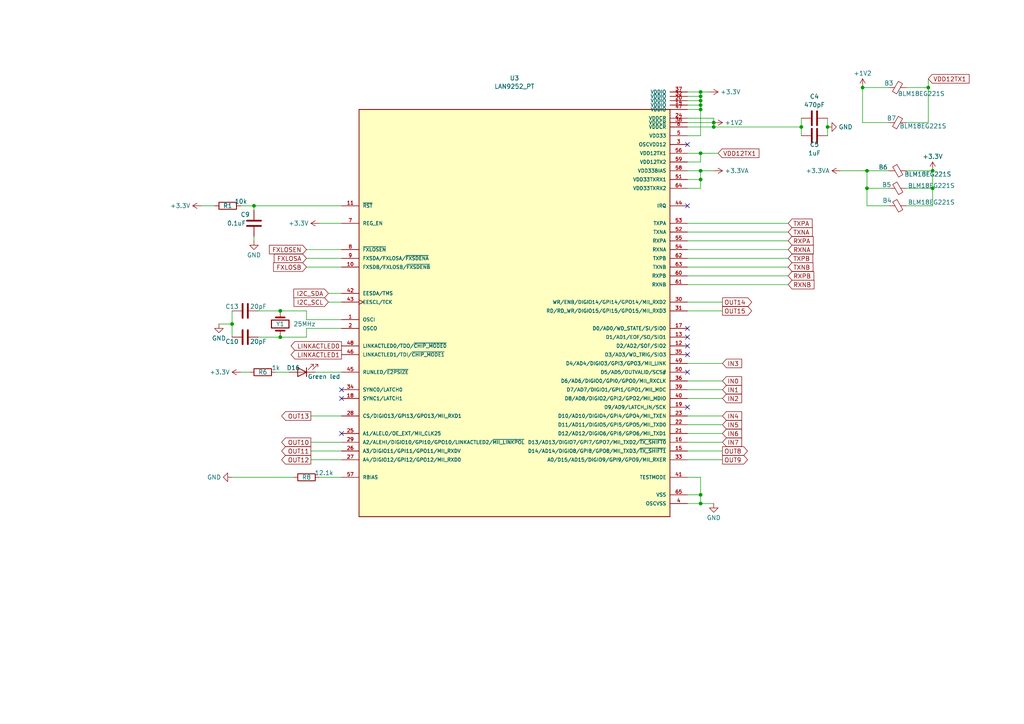
<source format=kicad_sch>
(kicad_sch
	(version 20231120)
	(generator "eeschema")
	(generator_version "8.0")
	(uuid "8e0e23cc-4513-4896-b845-574dd127ce6b")
	(paper "A4")
	(title_block
		(title "THCAD reader")
	)
	(lib_symbols
		(symbol "Device:C"
			(pin_numbers hide)
			(pin_names
				(offset 0.254)
			)
			(exclude_from_sim no)
			(in_bom yes)
			(on_board yes)
			(property "Reference" "C"
				(at 0.635 2.54 0)
				(effects
					(font
						(size 1.27 1.27)
					)
					(justify left)
				)
			)
			(property "Value" "C"
				(at 0.635 -2.54 0)
				(effects
					(font
						(size 1.27 1.27)
					)
					(justify left)
				)
			)
			(property "Footprint" ""
				(at 0.9652 -3.81 0)
				(effects
					(font
						(size 1.27 1.27)
					)
					(hide yes)
				)
			)
			(property "Datasheet" "~"
				(at 0 0 0)
				(effects
					(font
						(size 1.27 1.27)
					)
					(hide yes)
				)
			)
			(property "Description" "Unpolarized capacitor"
				(at 0 0 0)
				(effects
					(font
						(size 1.27 1.27)
					)
					(hide yes)
				)
			)
			(property "ki_keywords" "cap capacitor"
				(at 0 0 0)
				(effects
					(font
						(size 1.27 1.27)
					)
					(hide yes)
				)
			)
			(property "ki_fp_filters" "C_*"
				(at 0 0 0)
				(effects
					(font
						(size 1.27 1.27)
					)
					(hide yes)
				)
			)
			(symbol "C_0_1"
				(polyline
					(pts
						(xy -2.032 -0.762) (xy 2.032 -0.762)
					)
					(stroke
						(width 0.508)
						(type default)
					)
					(fill
						(type none)
					)
				)
				(polyline
					(pts
						(xy -2.032 0.762) (xy 2.032 0.762)
					)
					(stroke
						(width 0.508)
						(type default)
					)
					(fill
						(type none)
					)
				)
			)
			(symbol "C_1_1"
				(pin passive line
					(at 0 3.81 270)
					(length 2.794)
					(name "~"
						(effects
							(font
								(size 1.27 1.27)
							)
						)
					)
					(number "1"
						(effects
							(font
								(size 1.27 1.27)
							)
						)
					)
				)
				(pin passive line
					(at 0 -3.81 90)
					(length 2.794)
					(name "~"
						(effects
							(font
								(size 1.27 1.27)
							)
						)
					)
					(number "2"
						(effects
							(font
								(size 1.27 1.27)
							)
						)
					)
				)
			)
		)
		(symbol "Device:Crystal"
			(pin_numbers hide)
			(pin_names
				(offset 1.016) hide)
			(exclude_from_sim no)
			(in_bom yes)
			(on_board yes)
			(property "Reference" "Y"
				(at 0 3.81 0)
				(effects
					(font
						(size 1.27 1.27)
					)
				)
			)
			(property "Value" "Crystal"
				(at 0 -3.81 0)
				(effects
					(font
						(size 1.27 1.27)
					)
				)
			)
			(property "Footprint" ""
				(at 0 0 0)
				(effects
					(font
						(size 1.27 1.27)
					)
					(hide yes)
				)
			)
			(property "Datasheet" "~"
				(at 0 0 0)
				(effects
					(font
						(size 1.27 1.27)
					)
					(hide yes)
				)
			)
			(property "Description" "Two pin crystal"
				(at 0 0 0)
				(effects
					(font
						(size 1.27 1.27)
					)
					(hide yes)
				)
			)
			(property "ki_keywords" "quartz ceramic resonator oscillator"
				(at 0 0 0)
				(effects
					(font
						(size 1.27 1.27)
					)
					(hide yes)
				)
			)
			(property "ki_fp_filters" "Crystal*"
				(at 0 0 0)
				(effects
					(font
						(size 1.27 1.27)
					)
					(hide yes)
				)
			)
			(symbol "Crystal_0_1"
				(rectangle
					(start -1.143 2.54)
					(end 1.143 -2.54)
					(stroke
						(width 0.3048)
						(type default)
					)
					(fill
						(type none)
					)
				)
				(polyline
					(pts
						(xy -2.54 0) (xy -1.905 0)
					)
					(stroke
						(width 0)
						(type default)
					)
					(fill
						(type none)
					)
				)
				(polyline
					(pts
						(xy -1.905 -1.27) (xy -1.905 1.27)
					)
					(stroke
						(width 0.508)
						(type default)
					)
					(fill
						(type none)
					)
				)
				(polyline
					(pts
						(xy 1.905 -1.27) (xy 1.905 1.27)
					)
					(stroke
						(width 0.508)
						(type default)
					)
					(fill
						(type none)
					)
				)
				(polyline
					(pts
						(xy 2.54 0) (xy 1.905 0)
					)
					(stroke
						(width 0)
						(type default)
					)
					(fill
						(type none)
					)
				)
			)
			(symbol "Crystal_1_1"
				(pin passive line
					(at -3.81 0 0)
					(length 1.27)
					(name "1"
						(effects
							(font
								(size 1.27 1.27)
							)
						)
					)
					(number "1"
						(effects
							(font
								(size 1.27 1.27)
							)
						)
					)
				)
				(pin passive line
					(at 3.81 0 180)
					(length 1.27)
					(name "2"
						(effects
							(font
								(size 1.27 1.27)
							)
						)
					)
					(number "2"
						(effects
							(font
								(size 1.27 1.27)
							)
						)
					)
				)
			)
		)
		(symbol "Device:FerriteBead_Small"
			(pin_numbers hide)
			(pin_names
				(offset 0)
			)
			(exclude_from_sim no)
			(in_bom yes)
			(on_board yes)
			(property "Reference" "FB"
				(at 1.905 1.27 0)
				(effects
					(font
						(size 1.27 1.27)
					)
					(justify left)
				)
			)
			(property "Value" "FerriteBead_Small"
				(at 1.905 -1.27 0)
				(effects
					(font
						(size 1.27 1.27)
					)
					(justify left)
				)
			)
			(property "Footprint" ""
				(at -1.778 0 90)
				(effects
					(font
						(size 1.27 1.27)
					)
					(hide yes)
				)
			)
			(property "Datasheet" "~"
				(at 0 0 0)
				(effects
					(font
						(size 1.27 1.27)
					)
					(hide yes)
				)
			)
			(property "Description" "Ferrite bead, small symbol"
				(at 0 0 0)
				(effects
					(font
						(size 1.27 1.27)
					)
					(hide yes)
				)
			)
			(property "ki_keywords" "L ferrite bead inductor filter"
				(at 0 0 0)
				(effects
					(font
						(size 1.27 1.27)
					)
					(hide yes)
				)
			)
			(property "ki_fp_filters" "Inductor_* L_* *Ferrite*"
				(at 0 0 0)
				(effects
					(font
						(size 1.27 1.27)
					)
					(hide yes)
				)
			)
			(symbol "FerriteBead_Small_0_1"
				(polyline
					(pts
						(xy 0 -1.27) (xy 0 -0.7874)
					)
					(stroke
						(width 0)
						(type default)
					)
					(fill
						(type none)
					)
				)
				(polyline
					(pts
						(xy 0 0.889) (xy 0 1.2954)
					)
					(stroke
						(width 0)
						(type default)
					)
					(fill
						(type none)
					)
				)
				(polyline
					(pts
						(xy -1.8288 0.2794) (xy -1.1176 1.4986) (xy 1.8288 -0.2032) (xy 1.1176 -1.4224) (xy -1.8288 0.2794)
					)
					(stroke
						(width 0)
						(type default)
					)
					(fill
						(type none)
					)
				)
			)
			(symbol "FerriteBead_Small_1_1"
				(pin passive line
					(at 0 2.54 270)
					(length 1.27)
					(name "~"
						(effects
							(font
								(size 1.27 1.27)
							)
						)
					)
					(number "1"
						(effects
							(font
								(size 1.27 1.27)
							)
						)
					)
				)
				(pin passive line
					(at 0 -2.54 90)
					(length 1.27)
					(name "~"
						(effects
							(font
								(size 1.27 1.27)
							)
						)
					)
					(number "2"
						(effects
							(font
								(size 1.27 1.27)
							)
						)
					)
				)
			)
		)
		(symbol "Device:LED"
			(pin_numbers hide)
			(pin_names
				(offset 1.016) hide)
			(exclude_from_sim no)
			(in_bom yes)
			(on_board yes)
			(property "Reference" "D"
				(at 0 2.54 0)
				(effects
					(font
						(size 1.27 1.27)
					)
				)
			)
			(property "Value" "LED"
				(at 0 -2.54 0)
				(effects
					(font
						(size 1.27 1.27)
					)
				)
			)
			(property "Footprint" ""
				(at 0 0 0)
				(effects
					(font
						(size 1.27 1.27)
					)
					(hide yes)
				)
			)
			(property "Datasheet" "~"
				(at 0 0 0)
				(effects
					(font
						(size 1.27 1.27)
					)
					(hide yes)
				)
			)
			(property "Description" "Light emitting diode"
				(at 0 0 0)
				(effects
					(font
						(size 1.27 1.27)
					)
					(hide yes)
				)
			)
			(property "ki_keywords" "LED diode"
				(at 0 0 0)
				(effects
					(font
						(size 1.27 1.27)
					)
					(hide yes)
				)
			)
			(property "ki_fp_filters" "LED* LED_SMD:* LED_THT:*"
				(at 0 0 0)
				(effects
					(font
						(size 1.27 1.27)
					)
					(hide yes)
				)
			)
			(symbol "LED_0_1"
				(polyline
					(pts
						(xy -1.27 -1.27) (xy -1.27 1.27)
					)
					(stroke
						(width 0.254)
						(type default)
					)
					(fill
						(type none)
					)
				)
				(polyline
					(pts
						(xy -1.27 0) (xy 1.27 0)
					)
					(stroke
						(width 0)
						(type default)
					)
					(fill
						(type none)
					)
				)
				(polyline
					(pts
						(xy 1.27 -1.27) (xy 1.27 1.27) (xy -1.27 0) (xy 1.27 -1.27)
					)
					(stroke
						(width 0.254)
						(type default)
					)
					(fill
						(type none)
					)
				)
				(polyline
					(pts
						(xy -3.048 -0.762) (xy -4.572 -2.286) (xy -3.81 -2.286) (xy -4.572 -2.286) (xy -4.572 -1.524)
					)
					(stroke
						(width 0)
						(type default)
					)
					(fill
						(type none)
					)
				)
				(polyline
					(pts
						(xy -1.778 -0.762) (xy -3.302 -2.286) (xy -2.54 -2.286) (xy -3.302 -2.286) (xy -3.302 -1.524)
					)
					(stroke
						(width 0)
						(type default)
					)
					(fill
						(type none)
					)
				)
			)
			(symbol "LED_1_1"
				(pin passive line
					(at -3.81 0 0)
					(length 2.54)
					(name "K"
						(effects
							(font
								(size 1.27 1.27)
							)
						)
					)
					(number "1"
						(effects
							(font
								(size 1.27 1.27)
							)
						)
					)
				)
				(pin passive line
					(at 3.81 0 180)
					(length 2.54)
					(name "A"
						(effects
							(font
								(size 1.27 1.27)
							)
						)
					)
					(number "2"
						(effects
							(font
								(size 1.27 1.27)
							)
						)
					)
				)
			)
		)
		(symbol "Device:R"
			(pin_numbers hide)
			(pin_names
				(offset 0)
			)
			(exclude_from_sim no)
			(in_bom yes)
			(on_board yes)
			(property "Reference" "R"
				(at 2.032 0 90)
				(effects
					(font
						(size 1.27 1.27)
					)
				)
			)
			(property "Value" "R"
				(at 0 0 90)
				(effects
					(font
						(size 1.27 1.27)
					)
				)
			)
			(property "Footprint" ""
				(at -1.778 0 90)
				(effects
					(font
						(size 1.27 1.27)
					)
					(hide yes)
				)
			)
			(property "Datasheet" "~"
				(at 0 0 0)
				(effects
					(font
						(size 1.27 1.27)
					)
					(hide yes)
				)
			)
			(property "Description" "Resistor"
				(at 0 0 0)
				(effects
					(font
						(size 1.27 1.27)
					)
					(hide yes)
				)
			)
			(property "ki_keywords" "R res resistor"
				(at 0 0 0)
				(effects
					(font
						(size 1.27 1.27)
					)
					(hide yes)
				)
			)
			(property "ki_fp_filters" "R_*"
				(at 0 0 0)
				(effects
					(font
						(size 1.27 1.27)
					)
					(hide yes)
				)
			)
			(symbol "R_0_1"
				(rectangle
					(start -1.016 -2.54)
					(end 1.016 2.54)
					(stroke
						(width 0.254)
						(type default)
					)
					(fill
						(type none)
					)
				)
			)
			(symbol "R_1_1"
				(pin passive line
					(at 0 3.81 270)
					(length 1.27)
					(name "~"
						(effects
							(font
								(size 1.27 1.27)
							)
						)
					)
					(number "1"
						(effects
							(font
								(size 1.27 1.27)
							)
						)
					)
				)
				(pin passive line
					(at 0 -3.81 90)
					(length 1.27)
					(name "~"
						(effects
							(font
								(size 1.27 1.27)
							)
						)
					)
					(number "2"
						(effects
							(font
								(size 1.27 1.27)
							)
						)
					)
				)
			)
		)
		(symbol "LAN9252_PT:LAN9252_PT"
			(pin_names
				(offset 1.016)
			)
			(exclude_from_sim no)
			(in_bom yes)
			(on_board yes)
			(property "Reference" "U"
				(at -60.96 59.69 0)
				(effects
					(font
						(size 1.27 1.27)
					)
					(justify left bottom)
				)
			)
			(property "Value" "LAN9252_PT"
				(at -29.21 -60.96 0)
				(effects
					(font
						(size 1.27 1.27)
					)
					(justify left bottom)
				)
			)
			(property "Footprint" "LAN9252_PT:QFP50P1200X1200X120-65N"
				(at -5.08 6.35 0)
				(effects
					(font
						(size 1.27 1.27)
					)
					(justify bottom)
					(hide yes)
				)
			)
			(property "Datasheet" ""
				(at 0 0 0)
				(effects
					(font
						(size 1.27 1.27)
					)
					(hide yes)
				)
			)
			(property "Description" "\nEthernet Controller 10/100 Base-FX/T/TX PHY SPI Interface 64-TQFP-EP (10x10)\n"
				(at -1.27 10.16 0)
				(effects
					(font
						(size 1.27 1.27)
					)
					(justify bottom)
					(hide yes)
				)
			)
			(property "MF" "Microchip"
				(at -1.27 -13.97 0)
				(effects
					(font
						(size 1.27 1.27)
					)
					(justify bottom)
					(hide yes)
				)
			)
			(property "MAXIMUM_PACKAGE_HEIGHT" "1.2 mm"
				(at 0 -2.54 0)
				(effects
					(font
						(size 1.27 1.27)
					)
					(justify bottom)
					(hide yes)
				)
			)
			(property "Package" "TQFP-64 Microchip"
				(at -1.27 -11.43 0)
				(effects
					(font
						(size 1.27 1.27)
					)
					(justify bottom)
					(hide yes)
				)
			)
			(property "Price" ""
				(at 0 0 0)
				(effects
					(font
						(size 1.27 1.27)
					)
					(justify bottom)
					(hide yes)
				)
			)
			(property "Check_prices" ""
				(at 0 0 0)
				(effects
					(font
						(size 1.27 1.27)
					)
					(justify bottom)
					(hide yes)
				)
			)
			(property "STANDARD" "IPC 7351B"
				(at -1.27 -5.08 0)
				(effects
					(font
						(size 1.27 1.27)
					)
					(justify bottom)
					(hide yes)
				)
			)
			(property "PARTREV" "04-08-15"
				(at -1.27 -13.97 0)
				(effects
					(font
						(size 1.27 1.27)
					)
					(justify bottom)
					(hide yes)
				)
			)
			(property "SnapEDA_Link" ""
				(at 0 0 0)
				(effects
					(font
						(size 1.27 1.27)
					)
					(justify bottom)
					(hide yes)
				)
			)
			(property "MP" "LAN9252/PT"
				(at -2.54 3.81 0)
				(effects
					(font
						(size 1.27 1.27)
					)
					(justify bottom)
					(hide yes)
				)
			)
			(property "Purchase-URL" ""
				(at 0 0 0)
				(effects
					(font
						(size 1.27 1.27)
					)
					(justify bottom)
					(hide yes)
				)
			)
			(property "Availability" ""
				(at 0 -2.54 0)
				(effects
					(font
						(size 1.27 1.27)
					)
					(justify bottom)
					(hide yes)
				)
			)
			(property "MANUFACTURER" "Microchip Technology"
				(at -1.27 -8.89 0)
				(effects
					(font
						(size 1.27 1.27)
					)
					(justify bottom)
					(hide yes)
				)
			)
			(symbol "LAN9252_PT_0_0"
				(rectangle
					(start -29.21 58.42)
					(end 60.96 -59.69)
					(stroke
						(width 0.254)
						(type default)
					)
					(fill
						(type background)
					)
				)
				(pin input line
					(at -34.29 -2.54 0)
					(length 5.08)
					(name "OSCI"
						(effects
							(font
								(size 1.016 1.016)
							)
						)
					)
					(number "1"
						(effects
							(font
								(size 1.016 1.016)
							)
						)
					)
				)
				(pin input line
					(at -34.29 12.7 0)
					(length 5.08)
					(name "FXSDB/FXLOSB/~{FXSDENB}"
						(effects
							(font
								(size 1.016 1.016)
							)
						)
					)
					(number "10"
						(effects
							(font
								(size 1.016 1.016)
							)
						)
					)
				)
				(pin input line
					(at -34.29 30.48 0)
					(length 5.08)
					(name "~{RST}"
						(effects
							(font
								(size 1.016 1.016)
							)
						)
					)
					(number "11"
						(effects
							(font
								(size 1.016 1.016)
							)
						)
					)
				)
				(pin bidirectional line
					(at 66.04 -10.16 180)
					(length 5.08)
					(name "D2/AD2/SOF/SIO2"
						(effects
							(font
								(size 1.016 1.016)
							)
						)
					)
					(number "12"
						(effects
							(font
								(size 1.016 1.016)
							)
						)
					)
				)
				(pin bidirectional line
					(at 66.04 -7.62 180)
					(length 5.08)
					(name "D1/AD1/EOF/SO/SIO1"
						(effects
							(font
								(size 1.016 1.016)
							)
						)
					)
					(number "13"
						(effects
							(font
								(size 1.016 1.016)
							)
						)
					)
				)
				(pin power_in line
					(at 66.04 59.69 180)
					(length 5.08)
					(name "VDDIO"
						(effects
							(font
								(size 1.016 1.016)
							)
						)
					)
					(number "14"
						(effects
							(font
								(size 1.016 1.016)
							)
						)
					)
				)
				(pin bidirectional line
					(at 66.04 -40.64 180)
					(length 5.08)
					(name "D14/AD14/DIGIO8/GPI8/GPO8/MII_TXD3/~{TX_SHIFT1}"
						(effects
							(font
								(size 1.016 1.016)
							)
						)
					)
					(number "15"
						(effects
							(font
								(size 1.016 1.016)
							)
						)
					)
				)
				(pin bidirectional line
					(at 66.04 -38.1 180)
					(length 5.08)
					(name "D13/AD13/DIGIO7/GPI7/GPO7/MII_TXD2/~{TX_SHIFT0}"
						(effects
							(font
								(size 1.016 1.016)
							)
						)
					)
					(number "16"
						(effects
							(font
								(size 1.016 1.016)
							)
						)
					)
				)
				(pin bidirectional line
					(at 66.04 -5.08 180)
					(length 5.08)
					(name "D0/AD0/WD_STATE/SI/SIO0"
						(effects
							(font
								(size 1.016 1.016)
							)
						)
					)
					(number "17"
						(effects
							(font
								(size 1.016 1.016)
							)
						)
					)
				)
				(pin bidirectional line
					(at -34.29 -25.4 0)
					(length 5.08)
					(name "SYNC1/LATCH1"
						(effects
							(font
								(size 1.016 1.016)
							)
						)
					)
					(number "18"
						(effects
							(font
								(size 1.016 1.016)
							)
						)
					)
				)
				(pin bidirectional line
					(at 66.04 -27.94 180)
					(length 5.08)
					(name "D9/AD9/LATCH_IN/SCK"
						(effects
							(font
								(size 1.016 1.016)
							)
						)
					)
					(number "19"
						(effects
							(font
								(size 1.016 1.016)
							)
						)
					)
				)
				(pin output line
					(at -34.29 -5.08 0)
					(length 5.08)
					(name "OSCO"
						(effects
							(font
								(size 1.016 1.016)
							)
						)
					)
					(number "2"
						(effects
							(font
								(size 1.016 1.016)
							)
						)
					)
				)
				(pin power_in line
					(at 66.04 60.96 180)
					(length 5.08)
					(name "VDDIO"
						(effects
							(font
								(size 1.016 1.016)
							)
						)
					)
					(number "20"
						(effects
							(font
								(size 1.016 1.016)
							)
						)
					)
				)
				(pin bidirectional line
					(at 66.04 -35.56 180)
					(length 5.08)
					(name "D12/AD12/DIGIO6/GPI6/GPO6/MII_TXD1"
						(effects
							(font
								(size 1.016 1.016)
							)
						)
					)
					(number "21"
						(effects
							(font
								(size 1.016 1.016)
							)
						)
					)
				)
				(pin bidirectional line
					(at 66.04 -33.02 180)
					(length 5.08)
					(name "D11/AD11/DIGIO5/GPI5/GPO5/MII_TXD0"
						(effects
							(font
								(size 1.016 1.016)
							)
						)
					)
					(number "22"
						(effects
							(font
								(size 1.016 1.016)
							)
						)
					)
				)
				(pin bidirectional line
					(at 66.04 -30.48 180)
					(length 5.08)
					(name "D10/AD10/DIGIO4/GPI4/GPO4/MII_TXEN"
						(effects
							(font
								(size 1.016 1.016)
							)
						)
					)
					(number "23"
						(effects
							(font
								(size 1.016 1.016)
							)
						)
					)
				)
				(pin power_in line
					(at 66.04 55.88 180)
					(length 5.08)
					(name "VDDCR"
						(effects
							(font
								(size 1.016 1.016)
							)
						)
					)
					(number "24"
						(effects
							(font
								(size 1.016 1.016)
							)
						)
					)
				)
				(pin bidirectional line
					(at -34.29 -35.56 0)
					(length 5.08)
					(name "A1/ALELO/OE_EXT/MII_CLK25"
						(effects
							(font
								(size 1.016 1.016)
							)
						)
					)
					(number "25"
						(effects
							(font
								(size 1.016 1.016)
							)
						)
					)
				)
				(pin bidirectional line
					(at -34.29 -40.64 0)
					(length 5.08)
					(name "A3/DIGIO11/GPI11/GPO11/MII_RXDV"
						(effects
							(font
								(size 1.016 1.016)
							)
						)
					)
					(number "26"
						(effects
							(font
								(size 1.016 1.016)
							)
						)
					)
				)
				(pin bidirectional line
					(at -34.29 -43.18 0)
					(length 5.08)
					(name "A4/DIGIO12/GPI12/GPO12/MII_RXD0"
						(effects
							(font
								(size 1.016 1.016)
							)
						)
					)
					(number "27"
						(effects
							(font
								(size 1.016 1.016)
							)
						)
					)
				)
				(pin bidirectional line
					(at -34.29 -30.48 0)
					(length 5.08)
					(name "CS/DIGIO13/GPI13/GPO13/MII_RXD1"
						(effects
							(font
								(size 1.016 1.016)
							)
						)
					)
					(number "28"
						(effects
							(font
								(size 1.016 1.016)
							)
						)
					)
				)
				(pin bidirectional line
					(at -34.29 -38.1 0)
					(length 5.08)
					(name "A2/ALEHI/DIGIO10/GPI10/GPO10/LINKACTLED2/~{MII_LINKPOL}"
						(effects
							(font
								(size 1.016 1.016)
							)
						)
					)
					(number "29"
						(effects
							(font
								(size 1.016 1.016)
							)
						)
					)
				)
				(pin power_in line
					(at 66.04 48.26 180)
					(length 5.08)
					(name "OSCVDD12"
						(effects
							(font
								(size 1.016 1.016)
							)
						)
					)
					(number "3"
						(effects
							(font
								(size 1.016 1.016)
							)
						)
					)
				)
				(pin bidirectional line
					(at 66.04 2.54 180)
					(length 5.08)
					(name "WR/ENB/DIGIO14/GPI14/GPO14/MII_RXD2"
						(effects
							(font
								(size 1.016 1.016)
							)
						)
					)
					(number "30"
						(effects
							(font
								(size 1.016 1.016)
							)
						)
					)
				)
				(pin bidirectional line
					(at 66.04 0 180)
					(length 5.08)
					(name "RD/RD_WR/DIGIO15/GPI15/GPO15/MII_RXD3"
						(effects
							(font
								(size 1.016 1.016)
							)
						)
					)
					(number "31"
						(effects
							(font
								(size 1.016 1.016)
							)
						)
					)
				)
				(pin power_in line
					(at 66.04 62.23 180)
					(length 5.08)
					(name "VDDIO"
						(effects
							(font
								(size 1.016 1.016)
							)
						)
					)
					(number "32"
						(effects
							(font
								(size 1.016 1.016)
							)
						)
					)
				)
				(pin bidirectional line
					(at 66.04 -43.18 180)
					(length 5.08)
					(name "A0/D15/AD15/DIGIO9/GPI9/GPO9/MII_RXER"
						(effects
							(font
								(size 1.016 1.016)
							)
						)
					)
					(number "33"
						(effects
							(font
								(size 1.016 1.016)
							)
						)
					)
				)
				(pin bidirectional line
					(at -34.29 -22.86 0)
					(length 5.08)
					(name "SYNC0/LATCH0"
						(effects
							(font
								(size 1.016 1.016)
							)
						)
					)
					(number "34"
						(effects
							(font
								(size 1.016 1.016)
							)
						)
					)
				)
				(pin bidirectional line
					(at 66.04 -12.7 180)
					(length 5.08)
					(name "D3/AD3/WD_TRIG/SIO3"
						(effects
							(font
								(size 1.016 1.016)
							)
						)
					)
					(number "35"
						(effects
							(font
								(size 1.016 1.016)
							)
						)
					)
				)
				(pin bidirectional line
					(at 66.04 -20.32 180)
					(length 5.08)
					(name "D6/AD6/DIGIO0/GPI0/GPO0/MII_RXCLK"
						(effects
							(font
								(size 1.016 1.016)
							)
						)
					)
					(number "36"
						(effects
							(font
								(size 1.016 1.016)
							)
						)
					)
				)
				(pin power_in line
					(at 66.04 63.5 180)
					(length 5.08)
					(name "VDDIO"
						(effects
							(font
								(size 1.016 1.016)
							)
						)
					)
					(number "37"
						(effects
							(font
								(size 1.016 1.016)
							)
						)
					)
				)
				(pin power_in line
					(at 66.04 54.61 180)
					(length 5.08)
					(name "VDDCR"
						(effects
							(font
								(size 1.016 1.016)
							)
						)
					)
					(number "38"
						(effects
							(font
								(size 1.016 1.016)
							)
						)
					)
				)
				(pin bidirectional line
					(at 66.04 -22.86 180)
					(length 5.08)
					(name "D7/AD7/DIGIO1/GPI1/GPO1/MII_MDC"
						(effects
							(font
								(size 1.016 1.016)
							)
						)
					)
					(number "39"
						(effects
							(font
								(size 1.016 1.016)
							)
						)
					)
				)
				(pin power_in line
					(at 66.04 -55.88 180)
					(length 5.08)
					(name "OSCVSS"
						(effects
							(font
								(size 1.016 1.016)
							)
						)
					)
					(number "4"
						(effects
							(font
								(size 1.016 1.016)
							)
						)
					)
				)
				(pin bidirectional line
					(at 66.04 -25.4 180)
					(length 5.08)
					(name "D8/AD8/DIGIO2/GPI2/GPO2/MII_MDIO"
						(effects
							(font
								(size 1.016 1.016)
							)
						)
					)
					(number "40"
						(effects
							(font
								(size 1.016 1.016)
							)
						)
					)
				)
				(pin input line
					(at 66.04 -48.26 180)
					(length 5.08)
					(name "TESTMODE"
						(effects
							(font
								(size 1.016 1.016)
							)
						)
					)
					(number "41"
						(effects
							(font
								(size 1.016 1.016)
							)
						)
					)
				)
				(pin bidirectional line
					(at -34.29 5.08 0)
					(length 5.08)
					(name "EESDA/TMS"
						(effects
							(font
								(size 1.016 1.016)
							)
						)
					)
					(number "42"
						(effects
							(font
								(size 1.016 1.016)
							)
						)
					)
				)
				(pin output clock
					(at -34.29 2.54 0)
					(length 5.08)
					(name "EESCL/TCK"
						(effects
							(font
								(size 1.016 1.016)
							)
						)
					)
					(number "43"
						(effects
							(font
								(size 1.016 1.016)
							)
						)
					)
				)
				(pin output line
					(at 66.04 30.48 180)
					(length 5.08)
					(name "IRQ"
						(effects
							(font
								(size 1.016 1.016)
							)
						)
					)
					(number "44"
						(effects
							(font
								(size 1.016 1.016)
							)
						)
					)
				)
				(pin bidirectional line
					(at -34.29 -17.78 0)
					(length 5.08)
					(name "RUNLED/~{E2PSIZE}"
						(effects
							(font
								(size 1.016 1.016)
							)
						)
					)
					(number "45"
						(effects
							(font
								(size 1.016 1.016)
							)
						)
					)
				)
				(pin input line
					(at -34.29 -12.7 0)
					(length 5.08)
					(name "LINKACTLED1/TDI/~{CHIP_MODE1}"
						(effects
							(font
								(size 1.016 1.016)
							)
						)
					)
					(number "46"
						(effects
							(font
								(size 1.016 1.016)
							)
						)
					)
				)
				(pin power_in line
					(at 66.04 58.42 180)
					(length 5.08)
					(name "VDDIO"
						(effects
							(font
								(size 1.016 1.016)
							)
						)
					)
					(number "47"
						(effects
							(font
								(size 1.016 1.016)
							)
						)
					)
				)
				(pin output line
					(at -34.29 -10.16 0)
					(length 5.08)
					(name "LINKACTLED0/TDO/~{CHIP_MODE0}"
						(effects
							(font
								(size 1.016 1.016)
							)
						)
					)
					(number "48"
						(effects
							(font
								(size 1.016 1.016)
							)
						)
					)
				)
				(pin bidirectional line
					(at 66.04 -15.24 180)
					(length 5.08)
					(name "D4/AD4/DIGIO3/GPI3/GPO3/MII_LINK"
						(effects
							(font
								(size 1.016 1.016)
							)
						)
					)
					(number "49"
						(effects
							(font
								(size 1.016 1.016)
							)
						)
					)
				)
				(pin power_in line
					(at 66.04 50.8 180)
					(length 5.08)
					(name "VDD33"
						(effects
							(font
								(size 1.016 1.016)
							)
						)
					)
					(number "5"
						(effects
							(font
								(size 1.016 1.016)
							)
						)
					)
				)
				(pin bidirectional line
					(at 66.04 -17.78 180)
					(length 5.08)
					(name "D5/AD5/OUTVALID/SCS#"
						(effects
							(font
								(size 1.016 1.016)
							)
						)
					)
					(number "50"
						(effects
							(font
								(size 1.016 1.016)
							)
						)
					)
				)
				(pin power_in line
					(at 66.04 38.1 180)
					(length 5.08)
					(name "VDD33TXRX1"
						(effects
							(font
								(size 1.016 1.016)
							)
						)
					)
					(number "51"
						(effects
							(font
								(size 1.016 1.016)
							)
						)
					)
				)
				(pin bidirectional line
					(at 66.04 22.86 180)
					(length 5.08)
					(name "TXNA"
						(effects
							(font
								(size 1.016 1.016)
							)
						)
					)
					(number "52"
						(effects
							(font
								(size 1.016 1.016)
							)
						)
					)
				)
				(pin bidirectional line
					(at 66.04 25.4 180)
					(length 5.08)
					(name "TXPA"
						(effects
							(font
								(size 1.016 1.016)
							)
						)
					)
					(number "53"
						(effects
							(font
								(size 1.016 1.016)
							)
						)
					)
				)
				(pin bidirectional line
					(at 66.04 17.78 180)
					(length 5.08)
					(name "RXNA"
						(effects
							(font
								(size 1.016 1.016)
							)
						)
					)
					(number "54"
						(effects
							(font
								(size 1.016 1.016)
							)
						)
					)
				)
				(pin bidirectional line
					(at 66.04 20.32 180)
					(length 5.08)
					(name "RXPA"
						(effects
							(font
								(size 1.016 1.016)
							)
						)
					)
					(number "55"
						(effects
							(font
								(size 1.016 1.016)
							)
						)
					)
				)
				(pin power_in line
					(at 66.04 45.72 180)
					(length 5.08)
					(name "VDD12TX1"
						(effects
							(font
								(size 1.016 1.016)
							)
						)
					)
					(number "56"
						(effects
							(font
								(size 1.016 1.016)
							)
						)
					)
				)
				(pin passive line
					(at -34.29 -48.26 0)
					(length 5.08)
					(name "RBIAS"
						(effects
							(font
								(size 1.016 1.016)
							)
						)
					)
					(number "57"
						(effects
							(font
								(size 1.016 1.016)
							)
						)
					)
				)
				(pin power_in line
					(at 66.04 40.64 180)
					(length 5.08)
					(name "VDD33BIAS"
						(effects
							(font
								(size 1.016 1.016)
							)
						)
					)
					(number "58"
						(effects
							(font
								(size 1.016 1.016)
							)
						)
					)
				)
				(pin power_in line
					(at 66.04 43.18 180)
					(length 5.08)
					(name "VDD12TX2"
						(effects
							(font
								(size 1.016 1.016)
							)
						)
					)
					(number "59"
						(effects
							(font
								(size 1.016 1.016)
							)
						)
					)
				)
				(pin power_in line
					(at 66.04 53.34 180)
					(length 5.08)
					(name "VDDCR"
						(effects
							(font
								(size 1.016 1.016)
							)
						)
					)
					(number "6"
						(effects
							(font
								(size 1.016 1.016)
							)
						)
					)
				)
				(pin bidirectional line
					(at 66.04 10.16 180)
					(length 5.08)
					(name "RXPB"
						(effects
							(font
								(size 1.016 1.016)
							)
						)
					)
					(number "60"
						(effects
							(font
								(size 1.016 1.016)
							)
						)
					)
				)
				(pin bidirectional line
					(at 66.04 7.62 180)
					(length 5.08)
					(name "RXNB"
						(effects
							(font
								(size 1.016 1.016)
							)
						)
					)
					(number "61"
						(effects
							(font
								(size 1.016 1.016)
							)
						)
					)
				)
				(pin bidirectional line
					(at 66.04 15.24 180)
					(length 5.08)
					(name "TXPB"
						(effects
							(font
								(size 1.016 1.016)
							)
						)
					)
					(number "62"
						(effects
							(font
								(size 1.016 1.016)
							)
						)
					)
				)
				(pin bidirectional line
					(at 66.04 12.7 180)
					(length 5.08)
					(name "TXNB"
						(effects
							(font
								(size 1.016 1.016)
							)
						)
					)
					(number "63"
						(effects
							(font
								(size 1.016 1.016)
							)
						)
					)
				)
				(pin power_in line
					(at 66.04 35.56 180)
					(length 5.08)
					(name "VDD33TXRX2"
						(effects
							(font
								(size 1.016 1.016)
							)
						)
					)
					(number "64"
						(effects
							(font
								(size 1.016 1.016)
							)
						)
					)
				)
				(pin power_in line
					(at 66.04 -53.34 180)
					(length 5.08)
					(name "VSS"
						(effects
							(font
								(size 1.016 1.016)
							)
						)
					)
					(number "65"
						(effects
							(font
								(size 1.016 1.016)
							)
						)
					)
				)
				(pin input line
					(at -34.29 25.4 0)
					(length 5.08)
					(name "REG_EN"
						(effects
							(font
								(size 1.016 1.016)
							)
						)
					)
					(number "7"
						(effects
							(font
								(size 1.016 1.016)
							)
						)
					)
				)
				(pin input line
					(at -34.29 17.78 0)
					(length 5.08)
					(name "~{FXLOSEN}"
						(effects
							(font
								(size 1.016 1.016)
							)
						)
					)
					(number "8"
						(effects
							(font
								(size 1.016 1.016)
							)
						)
					)
				)
				(pin input line
					(at -34.29 15.24 0)
					(length 5.08)
					(name "FXSDA/FXLOSA/~{FXSDENA}"
						(effects
							(font
								(size 1.016 1.016)
							)
						)
					)
					(number "9"
						(effects
							(font
								(size 1.016 1.016)
							)
						)
					)
				)
			)
		)
		(symbol "power:+1V2"
			(power)
			(pin_names
				(offset 0)
			)
			(exclude_from_sim no)
			(in_bom yes)
			(on_board yes)
			(property "Reference" "#PWR"
				(at 0 -3.81 0)
				(effects
					(font
						(size 1.27 1.27)
					)
					(hide yes)
				)
			)
			(property "Value" "+1V2"
				(at 0 3.556 0)
				(effects
					(font
						(size 1.27 1.27)
					)
				)
			)
			(property "Footprint" ""
				(at 0 0 0)
				(effects
					(font
						(size 1.27 1.27)
					)
					(hide yes)
				)
			)
			(property "Datasheet" ""
				(at 0 0 0)
				(effects
					(font
						(size 1.27 1.27)
					)
					(hide yes)
				)
			)
			(property "Description" "Power symbol creates a global label with name \"+1V2\""
				(at 0 0 0)
				(effects
					(font
						(size 1.27 1.27)
					)
					(hide yes)
				)
			)
			(property "ki_keywords" "global power"
				(at 0 0 0)
				(effects
					(font
						(size 1.27 1.27)
					)
					(hide yes)
				)
			)
			(symbol "+1V2_0_1"
				(polyline
					(pts
						(xy -0.762 1.27) (xy 0 2.54)
					)
					(stroke
						(width 0)
						(type default)
					)
					(fill
						(type none)
					)
				)
				(polyline
					(pts
						(xy 0 0) (xy 0 2.54)
					)
					(stroke
						(width 0)
						(type default)
					)
					(fill
						(type none)
					)
				)
				(polyline
					(pts
						(xy 0 2.54) (xy 0.762 1.27)
					)
					(stroke
						(width 0)
						(type default)
					)
					(fill
						(type none)
					)
				)
			)
			(symbol "+1V2_1_1"
				(pin power_in line
					(at 0 0 90)
					(length 0) hide
					(name "+1V2"
						(effects
							(font
								(size 1.27 1.27)
							)
						)
					)
					(number "1"
						(effects
							(font
								(size 1.27 1.27)
							)
						)
					)
				)
			)
		)
		(symbol "power:+3.3V"
			(power)
			(pin_names
				(offset 0)
			)
			(exclude_from_sim no)
			(in_bom yes)
			(on_board yes)
			(property "Reference" "#PWR"
				(at 0 -3.81 0)
				(effects
					(font
						(size 1.27 1.27)
					)
					(hide yes)
				)
			)
			(property "Value" "+3.3V"
				(at 0 3.556 0)
				(effects
					(font
						(size 1.27 1.27)
					)
				)
			)
			(property "Footprint" ""
				(at 0 0 0)
				(effects
					(font
						(size 1.27 1.27)
					)
					(hide yes)
				)
			)
			(property "Datasheet" ""
				(at 0 0 0)
				(effects
					(font
						(size 1.27 1.27)
					)
					(hide yes)
				)
			)
			(property "Description" "Power symbol creates a global label with name \"+3.3V\""
				(at 0 0 0)
				(effects
					(font
						(size 1.27 1.27)
					)
					(hide yes)
				)
			)
			(property "ki_keywords" "global power"
				(at 0 0 0)
				(effects
					(font
						(size 1.27 1.27)
					)
					(hide yes)
				)
			)
			(symbol "+3.3V_0_1"
				(polyline
					(pts
						(xy -0.762 1.27) (xy 0 2.54)
					)
					(stroke
						(width 0)
						(type default)
					)
					(fill
						(type none)
					)
				)
				(polyline
					(pts
						(xy 0 0) (xy 0 2.54)
					)
					(stroke
						(width 0)
						(type default)
					)
					(fill
						(type none)
					)
				)
				(polyline
					(pts
						(xy 0 2.54) (xy 0.762 1.27)
					)
					(stroke
						(width 0)
						(type default)
					)
					(fill
						(type none)
					)
				)
			)
			(symbol "+3.3V_1_1"
				(pin power_in line
					(at 0 0 90)
					(length 0) hide
					(name "+3.3V"
						(effects
							(font
								(size 1.27 1.27)
							)
						)
					)
					(number "1"
						(effects
							(font
								(size 1.27 1.27)
							)
						)
					)
				)
			)
		)
		(symbol "power:+3.3VA"
			(power)
			(pin_names
				(offset 0)
			)
			(exclude_from_sim no)
			(in_bom yes)
			(on_board yes)
			(property "Reference" "#PWR"
				(at 0 -3.81 0)
				(effects
					(font
						(size 1.27 1.27)
					)
					(hide yes)
				)
			)
			(property "Value" "+3.3VA"
				(at 0 3.556 0)
				(effects
					(font
						(size 1.27 1.27)
					)
				)
			)
			(property "Footprint" ""
				(at 0 0 0)
				(effects
					(font
						(size 1.27 1.27)
					)
					(hide yes)
				)
			)
			(property "Datasheet" ""
				(at 0 0 0)
				(effects
					(font
						(size 1.27 1.27)
					)
					(hide yes)
				)
			)
			(property "Description" "Power symbol creates a global label with name \"+3.3VA\""
				(at 0 0 0)
				(effects
					(font
						(size 1.27 1.27)
					)
					(hide yes)
				)
			)
			(property "ki_keywords" "global power"
				(at 0 0 0)
				(effects
					(font
						(size 1.27 1.27)
					)
					(hide yes)
				)
			)
			(symbol "+3.3VA_0_1"
				(polyline
					(pts
						(xy -0.762 1.27) (xy 0 2.54)
					)
					(stroke
						(width 0)
						(type default)
					)
					(fill
						(type none)
					)
				)
				(polyline
					(pts
						(xy 0 0) (xy 0 2.54)
					)
					(stroke
						(width 0)
						(type default)
					)
					(fill
						(type none)
					)
				)
				(polyline
					(pts
						(xy 0 2.54) (xy 0.762 1.27)
					)
					(stroke
						(width 0)
						(type default)
					)
					(fill
						(type none)
					)
				)
			)
			(symbol "+3.3VA_1_1"
				(pin power_in line
					(at 0 0 90)
					(length 0) hide
					(name "+3.3VA"
						(effects
							(font
								(size 1.27 1.27)
							)
						)
					)
					(number "1"
						(effects
							(font
								(size 1.27 1.27)
							)
						)
					)
				)
			)
		)
		(symbol "power:GND"
			(power)
			(pin_names
				(offset 0)
			)
			(exclude_from_sim no)
			(in_bom yes)
			(on_board yes)
			(property "Reference" "#PWR"
				(at 0 -6.35 0)
				(effects
					(font
						(size 1.27 1.27)
					)
					(hide yes)
				)
			)
			(property "Value" "GND"
				(at 0 -3.81 0)
				(effects
					(font
						(size 1.27 1.27)
					)
				)
			)
			(property "Footprint" ""
				(at 0 0 0)
				(effects
					(font
						(size 1.27 1.27)
					)
					(hide yes)
				)
			)
			(property "Datasheet" ""
				(at 0 0 0)
				(effects
					(font
						(size 1.27 1.27)
					)
					(hide yes)
				)
			)
			(property "Description" "Power symbol creates a global label with name \"GND\" , ground"
				(at 0 0 0)
				(effects
					(font
						(size 1.27 1.27)
					)
					(hide yes)
				)
			)
			(property "ki_keywords" "global power"
				(at 0 0 0)
				(effects
					(font
						(size 1.27 1.27)
					)
					(hide yes)
				)
			)
			(symbol "GND_0_1"
				(polyline
					(pts
						(xy 0 0) (xy 0 -1.27) (xy 1.27 -1.27) (xy 0 -2.54) (xy -1.27 -1.27) (xy 0 -1.27)
					)
					(stroke
						(width 0)
						(type default)
					)
					(fill
						(type none)
					)
				)
			)
			(symbol "GND_1_1"
				(pin power_in line
					(at 0 0 270)
					(length 0) hide
					(name "GND"
						(effects
							(font
								(size 1.27 1.27)
							)
						)
					)
					(number "1"
						(effects
							(font
								(size 1.27 1.27)
							)
						)
					)
				)
			)
		)
	)
	(junction
		(at 270.51 49.53)
		(diameter 0)
		(color 0 0 0 0)
		(uuid "0885ba69-2fc5-4e8f-9997-415c92f796f1")
	)
	(junction
		(at 269.24 25.4)
		(diameter 0)
		(color 0 0 0 0)
		(uuid "0c3ba6fc-d0e1-4f1f-8f9b-bebed0e612ce")
	)
	(junction
		(at 232.41 36.83)
		(diameter 0)
		(color 0 0 0 0)
		(uuid "263248ae-c683-4c59-beaf-7b3864a845a6")
	)
	(junction
		(at 251.46 54.61)
		(diameter 0)
		(color 0 0 0 0)
		(uuid "31355d79-995e-4b41-8be0-0c9e4643017a")
	)
	(junction
		(at 203.2 49.53)
		(diameter 0)
		(color 0 0 0 0)
		(uuid "35ce7528-97c5-4c72-b8a7-1cdf13c5e568")
	)
	(junction
		(at 203.2 30.48)
		(diameter 0)
		(color 0 0 0 0)
		(uuid "40182a86-3837-4701-b1cf-b786b28cd3c5")
	)
	(junction
		(at 67.31 93.98)
		(diameter 0)
		(color 0 0 0 0)
		(uuid "45311484-699d-4b23-9b75-1e2ac8fa83b1")
	)
	(junction
		(at 203.2 143.51)
		(diameter 0)
		(color 0 0 0 0)
		(uuid "48e7757a-d3d6-4527-8ed0-805d726012d7")
	)
	(junction
		(at 203.2 31.75)
		(diameter 0)
		(color 0 0 0 0)
		(uuid "50af12ef-c3bf-4105-bca6-28ed6ddab985")
	)
	(junction
		(at 270.51 54.61)
		(diameter 0)
		(color 0 0 0 0)
		(uuid "5aeef6a2-3e36-4d06-8e93-b95679827cde")
	)
	(junction
		(at 73.66 59.69)
		(diameter 0)
		(color 0 0 0 0)
		(uuid "75dadb5b-c9f2-43c0-acab-427e64154c21")
	)
	(junction
		(at 203.2 52.07)
		(diameter 0)
		(color 0 0 0 0)
		(uuid "7a83dff4-8ea4-4b67-8647-2913cf0299d2")
	)
	(junction
		(at 240.03 36.83)
		(diameter 0)
		(color 0 0 0 0)
		(uuid "8caaeac5-a2f2-4f62-85d3-be5ce5b8f58f")
	)
	(junction
		(at 203.2 26.67)
		(diameter 0)
		(color 0 0 0 0)
		(uuid "996d558b-c70f-4d29-9dda-9fea9fc9d517")
	)
	(junction
		(at 207.01 35.56)
		(diameter 0)
		(color 0 0 0 0)
		(uuid "a3819a9a-f321-4e8d-9ee4-2c81ec61fa22")
	)
	(junction
		(at 250.19 25.4)
		(diameter 0)
		(color 0 0 0 0)
		(uuid "ae74edbd-5f93-4519-ab5a-c1074c52494a")
	)
	(junction
		(at 251.46 49.53)
		(diameter 0)
		(color 0 0 0 0)
		(uuid "b9010036-5a87-40bb-b525-94adaf998d92")
	)
	(junction
		(at 203.2 146.05)
		(diameter 0)
		(color 0 0 0 0)
		(uuid "bbd59ab0-bad3-416e-8073-094e105f8863")
	)
	(junction
		(at 207.01 36.83)
		(diameter 0)
		(color 0 0 0 0)
		(uuid "c1e465c4-b3cf-4aeb-b7f6-bef987018a01")
	)
	(junction
		(at 81.28 90.17)
		(diameter 0)
		(color 0 0 0 0)
		(uuid "d56d31ce-0457-4dc1-be5e-aeef98f3ed50")
	)
	(junction
		(at 81.28 97.79)
		(diameter 0)
		(color 0 0 0 0)
		(uuid "d8d7f2d9-aabb-4171-af91-a5e4b9fc7af2")
	)
	(junction
		(at 203.2 27.94)
		(diameter 0)
		(color 0 0 0 0)
		(uuid "e122817c-650d-4c0d-a34c-3a97414e8ddc")
	)
	(junction
		(at 203.2 44.45)
		(diameter 0)
		(color 0 0 0 0)
		(uuid "e3a974e2-fdde-48f0-aec0-447f4195f7c3")
	)
	(junction
		(at 203.2 29.21)
		(diameter 0)
		(color 0 0 0 0)
		(uuid "f45c08a9-1f16-4428-891e-f72916e63fde")
	)
	(no_connect
		(at 99.06 125.73)
		(uuid "0b0defea-ee25-449f-8c33-e4366a0bb9f1")
	)
	(no_connect
		(at 199.39 100.33)
		(uuid "1351ffc6-7ffa-4a26-8547-e8414b34427d")
	)
	(no_connect
		(at 199.39 59.69)
		(uuid "4e924a3a-952d-4479-ac9d-631be849dd31")
	)
	(no_connect
		(at 199.39 102.87)
		(uuid "5ff58872-2f6a-40a6-b8bf-32d13dd10446")
	)
	(no_connect
		(at 99.06 113.03)
		(uuid "7a7f5bb9-61aa-4475-bf45-47e027c2490e")
	)
	(no_connect
		(at 199.39 118.11)
		(uuid "804faff7-0d61-4e85-a5b4-faf3d00ec764")
	)
	(no_connect
		(at 199.39 97.79)
		(uuid "9d07d8c9-4381-40f2-839a-06b00fc5ef61")
	)
	(no_connect
		(at 199.39 107.95)
		(uuid "9d443a39-4a49-47f9-ba88-154f98a38b50")
	)
	(no_connect
		(at 199.39 95.25)
		(uuid "aea91771-9bda-4d12-aac3-bcd4e02dc291")
	)
	(no_connect
		(at 199.39 41.91)
		(uuid "b3ec83a1-5cf8-490e-ba08-02e97f4f2b35")
	)
	(no_connect
		(at 99.06 115.57)
		(uuid "b7fbd2f3-3dd4-4754-afa7-0d9b69bd0ce7")
	)
	(wire
		(pts
			(xy 199.39 31.75) (xy 203.2 31.75)
		)
		(stroke
			(width 0)
			(type default)
		)
		(uuid "0296f0ac-b199-445c-a506-24ae78985d0a")
	)
	(wire
		(pts
			(xy 90.17 130.81) (xy 99.06 130.81)
		)
		(stroke
			(width 0)
			(type default)
		)
		(uuid "02a23718-22b8-4a1d-87ac-0d62d1804d5e")
	)
	(wire
		(pts
			(xy 203.2 49.53) (xy 203.2 52.07)
		)
		(stroke
			(width 0)
			(type default)
		)
		(uuid "033a5f78-dfb9-4866-b81f-bf8f59f3b565")
	)
	(wire
		(pts
			(xy 199.39 39.37) (xy 203.2 39.37)
		)
		(stroke
			(width 0)
			(type default)
		)
		(uuid "037b5234-b694-4d23-8134-6e89083d36f1")
	)
	(wire
		(pts
			(xy 207.01 36.83) (xy 207.01 35.56)
		)
		(stroke
			(width 0)
			(type default)
		)
		(uuid "06129de6-1a41-4789-b1c7-e3437e8015ff")
	)
	(wire
		(pts
			(xy 199.39 52.07) (xy 203.2 52.07)
		)
		(stroke
			(width 0)
			(type default)
		)
		(uuid "0644901a-57eb-4149-9cfa-58a1a8d41042")
	)
	(wire
		(pts
			(xy 250.19 25.4) (xy 257.81 25.4)
		)
		(stroke
			(width 0)
			(type default)
		)
		(uuid "08f4d866-7718-45db-aa8b-cac736cad33f")
	)
	(wire
		(pts
			(xy 203.2 29.21) (xy 203.2 27.94)
		)
		(stroke
			(width 0)
			(type default)
		)
		(uuid "090a2e5b-7d79-45bb-85f8-3d68cf8270bc")
	)
	(wire
		(pts
			(xy 203.2 49.53) (xy 207.01 49.53)
		)
		(stroke
			(width 0)
			(type default)
		)
		(uuid "0c1ca199-356a-4c97-859a-6b2195bc7670")
	)
	(wire
		(pts
			(xy 88.9 74.93) (xy 99.06 74.93)
		)
		(stroke
			(width 0)
			(type default)
		)
		(uuid "0e1ce884-9aa2-44bc-a42a-eebb802de072")
	)
	(wire
		(pts
			(xy 232.41 36.83) (xy 232.41 39.37)
		)
		(stroke
			(width 0)
			(type default)
		)
		(uuid "0f3f0d10-bd82-40f0-a766-7e787384f20a")
	)
	(wire
		(pts
			(xy 270.51 54.61) (xy 262.89 54.61)
		)
		(stroke
			(width 0)
			(type default)
		)
		(uuid "10ca94a3-44fe-4b3c-bf63-347faec008ae")
	)
	(wire
		(pts
			(xy 99.06 95.25) (xy 88.9 95.25)
		)
		(stroke
			(width 0)
			(type default)
		)
		(uuid "11e2123a-d366-4d7b-bbf1-d49fd0828289")
	)
	(wire
		(pts
			(xy 203.2 31.75) (xy 203.2 30.48)
		)
		(stroke
			(width 0)
			(type default)
		)
		(uuid "11e90560-98b8-4cfd-9fbd-d2d2e5d37748")
	)
	(wire
		(pts
			(xy 67.31 93.98) (xy 67.31 97.79)
		)
		(stroke
			(width 0)
			(type default)
		)
		(uuid "166ace2d-027a-4107-903f-67eab5ac8895")
	)
	(wire
		(pts
			(xy 199.39 130.81) (xy 209.55 130.81)
		)
		(stroke
			(width 0)
			(type default)
		)
		(uuid "18600488-27c7-4149-bd59-891475f5568a")
	)
	(wire
		(pts
			(xy 199.39 36.83) (xy 207.01 36.83)
		)
		(stroke
			(width 0)
			(type default)
		)
		(uuid "1a1c30d8-c5ea-4347-ab74-5c2a18eef65c")
	)
	(wire
		(pts
			(xy 58.42 59.69) (xy 62.23 59.69)
		)
		(stroke
			(width 0)
			(type default)
		)
		(uuid "1c1d1c3a-23f6-408f-8dd2-1b28ebfd06a0")
	)
	(wire
		(pts
			(xy 203.2 54.61) (xy 203.2 52.07)
		)
		(stroke
			(width 0)
			(type default)
		)
		(uuid "20a9d3e9-713c-4f3b-989f-2034dc914e54")
	)
	(wire
		(pts
			(xy 199.39 105.41) (xy 209.55 105.41)
		)
		(stroke
			(width 0)
			(type default)
		)
		(uuid "22141f16-c433-402f-82bf-607f32e20cf7")
	)
	(wire
		(pts
			(xy 262.89 49.53) (xy 270.51 49.53)
		)
		(stroke
			(width 0)
			(type default)
		)
		(uuid "28d29b80-582a-4977-8509-14b5d20ba867")
	)
	(wire
		(pts
			(xy 199.39 64.77) (xy 228.6 64.77)
		)
		(stroke
			(width 0)
			(type default)
		)
		(uuid "2b42ca62-436b-42d5-96e2-4eecbf87a9b8")
	)
	(wire
		(pts
			(xy 199.39 120.65) (xy 209.55 120.65)
		)
		(stroke
			(width 0)
			(type default)
		)
		(uuid "2b7b267e-67a8-4981-a294-e43d2ca10e76")
	)
	(wire
		(pts
			(xy 251.46 49.53) (xy 257.81 49.53)
		)
		(stroke
			(width 0)
			(type default)
		)
		(uuid "2bbf19f3-7c31-4763-9169-16b69f164a48")
	)
	(wire
		(pts
			(xy 88.9 92.71) (xy 88.9 90.17)
		)
		(stroke
			(width 0)
			(type default)
		)
		(uuid "2eddf64f-d65e-418c-8222-6578d96f84ce")
	)
	(wire
		(pts
			(xy 203.2 30.48) (xy 203.2 29.21)
		)
		(stroke
			(width 0)
			(type default)
		)
		(uuid "3123f259-abbc-4f7d-8562-e088b5c0d98f")
	)
	(wire
		(pts
			(xy 207.01 34.29) (xy 207.01 35.56)
		)
		(stroke
			(width 0)
			(type default)
		)
		(uuid "314ed0ac-ad26-46ac-b0e0-9f3c397d0aa5")
	)
	(wire
		(pts
			(xy 67.31 138.43) (xy 85.09 138.43)
		)
		(stroke
			(width 0)
			(type default)
		)
		(uuid "326a33bf-86ea-4ccf-9bfc-e5f30441b4f3")
	)
	(wire
		(pts
			(xy 199.39 113.03) (xy 209.55 113.03)
		)
		(stroke
			(width 0)
			(type default)
		)
		(uuid "33bf9f62-ccd3-42e5-b933-f101f9927e9c")
	)
	(wire
		(pts
			(xy 199.39 110.49) (xy 209.55 110.49)
		)
		(stroke
			(width 0)
			(type default)
		)
		(uuid "389a8e26-187d-4c68-bc2f-9ca6cdf5276d")
	)
	(wire
		(pts
			(xy 99.06 92.71) (xy 88.9 92.71)
		)
		(stroke
			(width 0)
			(type default)
		)
		(uuid "3cd604ae-b315-4744-914c-ead573e64379")
	)
	(wire
		(pts
			(xy 270.51 54.61) (xy 270.51 59.69)
		)
		(stroke
			(width 0)
			(type default)
		)
		(uuid "3d514867-b2ff-43f2-9baf-69f40485456e")
	)
	(wire
		(pts
			(xy 199.39 143.51) (xy 203.2 143.51)
		)
		(stroke
			(width 0)
			(type default)
		)
		(uuid "3d5df95f-4167-4e67-a7b2-b718cc811a07")
	)
	(wire
		(pts
			(xy 199.39 128.27) (xy 209.55 128.27)
		)
		(stroke
			(width 0)
			(type default)
		)
		(uuid "4173cfbd-686a-459c-b5eb-68debc90c1e5")
	)
	(wire
		(pts
			(xy 81.28 90.17) (xy 88.9 90.17)
		)
		(stroke
			(width 0)
			(type default)
		)
		(uuid "41df87ba-7196-4c08-9b1c-a8be48effcbd")
	)
	(wire
		(pts
			(xy 240.03 36.83) (xy 240.03 39.37)
		)
		(stroke
			(width 0)
			(type default)
		)
		(uuid "4362b448-7c4c-4961-a80d-7249c362e00f")
	)
	(wire
		(pts
			(xy 250.19 25.4) (xy 250.19 35.56)
		)
		(stroke
			(width 0)
			(type default)
		)
		(uuid "471371cd-9e4b-416d-a36a-d4fa45cc1897")
	)
	(wire
		(pts
			(xy 270.51 59.69) (xy 262.89 59.69)
		)
		(stroke
			(width 0)
			(type default)
		)
		(uuid "49373043-dc9d-44c5-a1fe-d448e533a596")
	)
	(wire
		(pts
			(xy 69.85 107.95) (xy 72.39 107.95)
		)
		(stroke
			(width 0)
			(type default)
		)
		(uuid "49d4f0c8-422b-409c-9014-1b0fb767f8de")
	)
	(wire
		(pts
			(xy 199.39 34.29) (xy 207.01 34.29)
		)
		(stroke
			(width 0)
			(type default)
		)
		(uuid "4be8965a-646f-4cb8-92c7-ba6d517dc770")
	)
	(wire
		(pts
			(xy 199.39 146.05) (xy 203.2 146.05)
		)
		(stroke
			(width 0)
			(type default)
		)
		(uuid "4cd97502-31ae-498f-8606-6703649c54b1")
	)
	(wire
		(pts
			(xy 257.81 54.61) (xy 251.46 54.61)
		)
		(stroke
			(width 0)
			(type default)
		)
		(uuid "52eed4a5-e9d2-496b-8470-9bf27bcbc60e")
	)
	(wire
		(pts
			(xy 250.19 35.56) (xy 257.81 35.56)
		)
		(stroke
			(width 0)
			(type default)
		)
		(uuid "53c6e9cc-8129-4cfd-883f-1756d3f0b292")
	)
	(wire
		(pts
			(xy 199.39 138.43) (xy 203.2 138.43)
		)
		(stroke
			(width 0)
			(type default)
		)
		(uuid "55e315a2-f64a-4aed-ad92-072d6778bfe7")
	)
	(wire
		(pts
			(xy 73.66 59.69) (xy 99.06 59.69)
		)
		(stroke
			(width 0)
			(type default)
		)
		(uuid "5abfc41a-281d-4279-8ea4-68027869326d")
	)
	(wire
		(pts
			(xy 199.39 30.48) (xy 203.2 30.48)
		)
		(stroke
			(width 0)
			(type default)
		)
		(uuid "5b6c3123-a179-4dde-b5da-c7f4d0d93354")
	)
	(wire
		(pts
			(xy 199.39 29.21) (xy 203.2 29.21)
		)
		(stroke
			(width 0)
			(type default)
		)
		(uuid "5c2376f5-f349-4cb7-9eec-4943954577d9")
	)
	(wire
		(pts
			(xy 199.39 54.61) (xy 203.2 54.61)
		)
		(stroke
			(width 0)
			(type default)
		)
		(uuid "6180e0a8-b5e4-495c-a4d3-417393b6a954")
	)
	(wire
		(pts
			(xy 67.31 90.17) (xy 67.31 93.98)
		)
		(stroke
			(width 0)
			(type default)
		)
		(uuid "641e1660-9219-419d-a017-998a86432a0c")
	)
	(wire
		(pts
			(xy 90.17 128.27) (xy 99.06 128.27)
		)
		(stroke
			(width 0)
			(type default)
		)
		(uuid "64c973c8-9321-4f52-a36a-36b921408ac3")
	)
	(wire
		(pts
			(xy 199.39 46.99) (xy 203.2 46.99)
		)
		(stroke
			(width 0)
			(type default)
		)
		(uuid "66d78c52-9e6b-4dd4-b251-cf568f75d097")
	)
	(wire
		(pts
			(xy 199.39 72.39) (xy 228.6 72.39)
		)
		(stroke
			(width 0)
			(type default)
		)
		(uuid "677bb394-25ed-4f07-8740-4ec06683c46c")
	)
	(wire
		(pts
			(xy 90.17 133.35) (xy 99.06 133.35)
		)
		(stroke
			(width 0)
			(type default)
		)
		(uuid "695272bc-5a9f-41e6-a57b-dffc0f1509a6")
	)
	(wire
		(pts
			(xy 199.39 69.85) (xy 228.6 69.85)
		)
		(stroke
			(width 0)
			(type default)
		)
		(uuid "69619d7b-d72b-413a-ae49-6773668cb2e8")
	)
	(wire
		(pts
			(xy 203.2 44.45) (xy 208.28 44.45)
		)
		(stroke
			(width 0)
			(type default)
		)
		(uuid "69c73883-524e-440e-8181-ef9840bf2723")
	)
	(wire
		(pts
			(xy 199.39 67.31) (xy 228.6 67.31)
		)
		(stroke
			(width 0)
			(type default)
		)
		(uuid "69f5b5d6-0258-40c3-9cfb-d5f800f31507")
	)
	(wire
		(pts
			(xy 269.24 35.56) (xy 269.24 25.4)
		)
		(stroke
			(width 0)
			(type default)
		)
		(uuid "6a36754c-2d98-4c90-b255-95f831ea32c7")
	)
	(wire
		(pts
			(xy 199.39 27.94) (xy 203.2 27.94)
		)
		(stroke
			(width 0)
			(type default)
		)
		(uuid "7475ec4e-87ee-4352-a0be-04b214ec176b")
	)
	(wire
		(pts
			(xy 81.28 97.79) (xy 88.9 97.79)
		)
		(stroke
			(width 0)
			(type default)
		)
		(uuid "74b92687-e83a-4823-9d50-ebbbcc66c3d2")
	)
	(wire
		(pts
			(xy 91.44 107.95) (xy 99.06 107.95)
		)
		(stroke
			(width 0)
			(type default)
		)
		(uuid "7509e649-8907-408b-95bd-e3df14f30f35")
	)
	(wire
		(pts
			(xy 203.2 26.67) (xy 203.2 27.94)
		)
		(stroke
			(width 0)
			(type default)
		)
		(uuid "7765c812-4597-428f-93d1-fbe8d06447a9")
	)
	(wire
		(pts
			(xy 88.9 95.25) (xy 88.9 97.79)
		)
		(stroke
			(width 0)
			(type default)
		)
		(uuid "797f9aa8-c19f-4ae6-a5a9-d55557412faa")
	)
	(wire
		(pts
			(xy 90.17 120.65) (xy 99.06 120.65)
		)
		(stroke
			(width 0)
			(type default)
		)
		(uuid "7afbd08c-89c3-4252-9f1f-cf48b99a9ed6")
	)
	(wire
		(pts
			(xy 203.2 26.67) (xy 205.74 26.67)
		)
		(stroke
			(width 0)
			(type default)
		)
		(uuid "80d92dce-f6d3-40aa-9791-ba3615845ec0")
	)
	(wire
		(pts
			(xy 74.93 90.17) (xy 81.28 90.17)
		)
		(stroke
			(width 0)
			(type default)
		)
		(uuid "8111aa02-2d59-472b-baf7-4f73615a1530")
	)
	(wire
		(pts
			(xy 203.2 143.51) (xy 203.2 146.05)
		)
		(stroke
			(width 0)
			(type default)
		)
		(uuid "83048e9e-11e4-4d66-bab5-5af50c854da3")
	)
	(wire
		(pts
			(xy 203.2 39.37) (xy 203.2 31.75)
		)
		(stroke
			(width 0)
			(type default)
		)
		(uuid "831aa00b-e73a-4717-81a2-cb08af7cb257")
	)
	(wire
		(pts
			(xy 251.46 59.69) (xy 251.46 54.61)
		)
		(stroke
			(width 0)
			(type default)
		)
		(uuid "868c8589-a00c-49cc-9257-89d71312f41f")
	)
	(wire
		(pts
			(xy 199.39 82.55) (xy 228.6 82.55)
		)
		(stroke
			(width 0)
			(type default)
		)
		(uuid "949080a7-0f3c-4a24-b3b0-fc68687819d1")
	)
	(wire
		(pts
			(xy 88.9 72.39) (xy 99.06 72.39)
		)
		(stroke
			(width 0)
			(type default)
		)
		(uuid "9c6feda0-295d-4f73-b618-e1454dd9a03c")
	)
	(wire
		(pts
			(xy 199.39 74.93) (xy 228.6 74.93)
		)
		(stroke
			(width 0)
			(type default)
		)
		(uuid "9f100c0d-3619-477a-b66a-d9b4fc225df4")
	)
	(wire
		(pts
			(xy 199.39 133.35) (xy 209.55 133.35)
		)
		(stroke
			(width 0)
			(type default)
		)
		(uuid "a5595415-7feb-4b09-887e-9cc82df4554d")
	)
	(wire
		(pts
			(xy 243.84 49.53) (xy 251.46 49.53)
		)
		(stroke
			(width 0)
			(type default)
		)
		(uuid "a5c8c619-ea6d-4689-8f48-6ebe1148c42c")
	)
	(wire
		(pts
			(xy 92.71 138.43) (xy 99.06 138.43)
		)
		(stroke
			(width 0)
			(type default)
		)
		(uuid "a6ad82e5-7dda-4e7e-8ad8-5794ab56ec81")
	)
	(wire
		(pts
			(xy 73.66 59.69) (xy 69.85 59.69)
		)
		(stroke
			(width 0)
			(type default)
		)
		(uuid "a9aeeea2-3202-451b-b4f3-96a8dfc4ecc3")
	)
	(wire
		(pts
			(xy 207.01 36.83) (xy 232.41 36.83)
		)
		(stroke
			(width 0)
			(type default)
		)
		(uuid "ab6c6aa3-0c7b-45b1-8826-34d8e615149d")
	)
	(wire
		(pts
			(xy 199.39 125.73) (xy 209.55 125.73)
		)
		(stroke
			(width 0)
			(type default)
		)
		(uuid "ad46be66-a645-4451-8c48-ad812df2d117")
	)
	(wire
		(pts
			(xy 199.39 35.56) (xy 207.01 35.56)
		)
		(stroke
			(width 0)
			(type default)
		)
		(uuid "b0470e5b-15aa-4b11-8ee9-ae8baaf275d1")
	)
	(wire
		(pts
			(xy 199.39 44.45) (xy 203.2 44.45)
		)
		(stroke
			(width 0)
			(type default)
		)
		(uuid "b25466ad-edac-43a2-be48-4f720f171d29")
	)
	(wire
		(pts
			(xy 80.01 107.95) (xy 83.82 107.95)
		)
		(stroke
			(width 0)
			(type default)
		)
		(uuid "b2aaaa50-c569-40d5-8a68-2b3dcf7ea98a")
	)
	(wire
		(pts
			(xy 199.39 87.63) (xy 209.55 87.63)
		)
		(stroke
			(width 0)
			(type default)
		)
		(uuid "b5848172-3880-4704-b7dc-c08293848052")
	)
	(wire
		(pts
			(xy 199.39 80.01) (xy 228.6 80.01)
		)
		(stroke
			(width 0)
			(type default)
		)
		(uuid "b77caa19-853e-4e6e-b5d7-80a0f0458340")
	)
	(wire
		(pts
			(xy 199.39 115.57) (xy 209.55 115.57)
		)
		(stroke
			(width 0)
			(type default)
		)
		(uuid "b7fb7375-b4e8-488d-90b6-f72848e1d90d")
	)
	(wire
		(pts
			(xy 199.39 26.67) (xy 203.2 26.67)
		)
		(stroke
			(width 0)
			(type default)
		)
		(uuid "b960e25d-4e14-454d-9245-7ac952e7720d")
	)
	(wire
		(pts
			(xy 199.39 90.17) (xy 209.55 90.17)
		)
		(stroke
			(width 0)
			(type default)
		)
		(uuid "bcbea2b4-1e13-4db0-8fa4-23c43b26dd04")
	)
	(wire
		(pts
			(xy 232.41 34.29) (xy 232.41 36.83)
		)
		(stroke
			(width 0)
			(type default)
		)
		(uuid "c032e933-071d-4e55-805d-18b798989a02")
	)
	(wire
		(pts
			(xy 88.9 77.47) (xy 99.06 77.47)
		)
		(stroke
			(width 0)
			(type default)
		)
		(uuid "c573af96-ac41-4d3a-8598-1793f3b3f6e3")
	)
	(wire
		(pts
			(xy 73.66 60.96) (xy 73.66 59.69)
		)
		(stroke
			(width 0)
			(type default)
		)
		(uuid "ca524f50-30bf-4481-abfc-f0fa162c58bc")
	)
	(wire
		(pts
			(xy 270.51 49.53) (xy 270.51 54.61)
		)
		(stroke
			(width 0)
			(type default)
		)
		(uuid "ca80f26a-ec73-45c7-a012-5eeee9ab392b")
	)
	(wire
		(pts
			(xy 199.39 123.19) (xy 209.55 123.19)
		)
		(stroke
			(width 0)
			(type default)
		)
		(uuid "ca9b2f6b-a30f-4ce0-a5a5-16df6c1c2406")
	)
	(wire
		(pts
			(xy 269.24 25.4) (xy 262.89 25.4)
		)
		(stroke
			(width 0)
			(type default)
		)
		(uuid "d0b0ef23-a6c1-424e-9eaa-0011f726f83f")
	)
	(wire
		(pts
			(xy 92.71 64.77) (xy 99.06 64.77)
		)
		(stroke
			(width 0)
			(type default)
		)
		(uuid "d2b300ef-96d7-44a4-9975-74625c647939")
	)
	(wire
		(pts
			(xy 269.24 22.86) (xy 269.24 25.4)
		)
		(stroke
			(width 0)
			(type default)
		)
		(uuid "d2c47875-28ce-4553-8de3-3729fead8e9e")
	)
	(wire
		(pts
			(xy 240.03 34.29) (xy 240.03 36.83)
		)
		(stroke
			(width 0)
			(type default)
		)
		(uuid "d900628a-ee30-4e82-b047-63bbc2791f2c")
	)
	(wire
		(pts
			(xy 73.66 68.58) (xy 73.66 69.85)
		)
		(stroke
			(width 0)
			(type default)
		)
		(uuid "dceec1f4-1073-4500-96d6-ed0c21897780")
	)
	(wire
		(pts
			(xy 95.25 85.09) (xy 99.06 85.09)
		)
		(stroke
			(width 0)
			(type default)
		)
		(uuid "de543030-ad89-42f7-9a09-63449449f2ba")
	)
	(wire
		(pts
			(xy 251.46 54.61) (xy 251.46 49.53)
		)
		(stroke
			(width 0)
			(type default)
		)
		(uuid "e0bba607-493a-49f0-aafa-121d6312d78a")
	)
	(wire
		(pts
			(xy 199.39 77.47) (xy 228.6 77.47)
		)
		(stroke
			(width 0)
			(type default)
		)
		(uuid "e0f1afc7-bbb3-43be-9517-2de74b2820b3")
	)
	(wire
		(pts
			(xy 203.2 138.43) (xy 203.2 143.51)
		)
		(stroke
			(width 0)
			(type default)
		)
		(uuid "e1a810be-9f0b-4042-a3d4-913838172946")
	)
	(wire
		(pts
			(xy 199.39 49.53) (xy 203.2 49.53)
		)
		(stroke
			(width 0)
			(type default)
		)
		(uuid "e3beed2e-c202-4acc-a04a-02d56e94ad1f")
	)
	(wire
		(pts
			(xy 63.5 93.98) (xy 67.31 93.98)
		)
		(stroke
			(width 0)
			(type default)
		)
		(uuid "e48bc773-01fd-4b4e-b7ef-5792a2e60352")
	)
	(wire
		(pts
			(xy 95.25 87.63) (xy 99.06 87.63)
		)
		(stroke
			(width 0)
			(type default)
		)
		(uuid "f1c0a0a9-4eac-421d-99ca-d959697e9692")
	)
	(wire
		(pts
			(xy 203.2 46.99) (xy 203.2 44.45)
		)
		(stroke
			(width 0)
			(type default)
		)
		(uuid "f3f0657d-047d-4ca3-a1b0-e2876a18c3ab")
	)
	(wire
		(pts
			(xy 74.93 97.79) (xy 81.28 97.79)
		)
		(stroke
			(width 0)
			(type default)
		)
		(uuid "f79924f5-de30-4358-a7f7-54b4d8f9d3d1")
	)
	(wire
		(pts
			(xy 257.81 59.69) (xy 251.46 59.69)
		)
		(stroke
			(width 0)
			(type default)
		)
		(uuid "f8a3fae0-6fcc-415e-8644-a1dc9f780cda")
	)
	(wire
		(pts
			(xy 262.89 35.56) (xy 269.24 35.56)
		)
		(stroke
			(width 0)
			(type default)
		)
		(uuid "fe159f31-97d6-4464-9860-0f80ce33e793")
	)
	(wire
		(pts
			(xy 203.2 146.05) (xy 207.01 146.05)
		)
		(stroke
			(width 0)
			(type default)
		)
		(uuid "ff120a1e-0d2f-4568-8c86-c4c5c56152a4")
	)
	(global_label "LINKACTLED0"
		(shape output)
		(at 99.06 100.33 180)
		(fields_autoplaced yes)
		(effects
			(font
				(size 1.27 1.27)
			)
			(justify right)
		)
		(uuid "07ef20f6-d322-4030-9e63-3f7218b03ee8")
		(property "Intersheetrefs" "${INTERSHEET_REFS}"
			(at 83.8586 100.33 0)
			(effects
				(font
					(size 1.27 1.27)
				)
				(justify right)
				(hide yes)
			)
		)
	)
	(global_label "RXPA"
		(shape input)
		(at 228.6 69.85 0)
		(fields_autoplaced yes)
		(effects
			(font
				(size 1.27 1.27)
			)
			(justify left)
		)
		(uuid "2ccdac07-fa5a-4daa-959a-a2e5aceab432")
		(property "Intersheetrefs" "${INTERSHEET_REFS}"
			(at 236.4233 69.85 0)
			(effects
				(font
					(size 1.27 1.27)
				)
				(justify left)
				(hide yes)
			)
		)
	)
	(global_label "VDD12TX1"
		(shape input)
		(at 269.24 22.86 0)
		(fields_autoplaced yes)
		(effects
			(font
				(size 1.27 1.27)
			)
			(justify left)
		)
		(uuid "2d69f415-9505-4e00-9219-ed8036ea8acc")
		(property "Intersheetrefs" "${INTERSHEET_REFS}"
			(at 281.6594 22.86 0)
			(effects
				(font
					(size 1.27 1.27)
				)
				(justify left)
				(hide yes)
			)
		)
	)
	(global_label "OUT9"
		(shape output)
		(at 209.55 133.35 0)
		(fields_autoplaced yes)
		(effects
			(font
				(size 1.27 1.27)
			)
			(justify left)
		)
		(uuid "2f35daea-bc18-43c8-8f17-17c6b73d51d2")
		(property "Intersheetrefs" "${INTERSHEET_REFS}"
			(at 217.3733 133.35 0)
			(effects
				(font
					(size 1.27 1.27)
				)
				(justify left)
				(hide yes)
			)
		)
	)
	(global_label "FXLOSEN"
		(shape input)
		(at 88.9 72.39 180)
		(fields_autoplaced yes)
		(effects
			(font
				(size 1.27 1.27)
			)
			(justify right)
		)
		(uuid "3dea8708-dd89-4f65-8538-db18f94e2060")
		(property "Intersheetrefs" "${INTERSHEET_REFS}"
			(at 77.5691 72.39 0)
			(effects
				(font
					(size 1.27 1.27)
				)
				(justify right)
				(hide yes)
			)
		)
	)
	(global_label "OUT10"
		(shape output)
		(at 90.17 128.27 180)
		(fields_autoplaced yes)
		(effects
			(font
				(size 1.27 1.27)
			)
			(justify right)
		)
		(uuid "477a33df-dd13-4844-a805-6aeea468bfdc")
		(property "Intersheetrefs" "${INTERSHEET_REFS}"
			(at 81.1372 128.27 0)
			(effects
				(font
					(size 1.27 1.27)
				)
				(justify right)
				(hide yes)
			)
		)
	)
	(global_label "IN4"
		(shape input)
		(at 209.55 120.65 0)
		(fields_autoplaced yes)
		(effects
			(font
				(size 1.27 1.27)
			)
			(justify left)
		)
		(uuid "635b08f0-7da8-4ae6-99ae-1573a791dedf")
		(property "Intersheetrefs" "${INTERSHEET_REFS}"
			(at 215.68 120.65 0)
			(effects
				(font
					(size 1.27 1.27)
				)
				(justify left)
				(hide yes)
			)
		)
	)
	(global_label "TXPA"
		(shape input)
		(at 228.6 64.77 0)
		(fields_autoplaced yes)
		(effects
			(font
				(size 1.27 1.27)
			)
			(justify left)
		)
		(uuid "63b92ab5-3170-48b4-8e20-92fb822bdc13")
		(property "Intersheetrefs" "${INTERSHEET_REFS}"
			(at 236.1209 64.77 0)
			(effects
				(font
					(size 1.27 1.27)
				)
				(justify left)
				(hide yes)
			)
		)
	)
	(global_label "LINKACTLED1"
		(shape output)
		(at 99.06 102.87 180)
		(fields_autoplaced yes)
		(effects
			(font
				(size 1.27 1.27)
			)
			(justify right)
		)
		(uuid "64a4070c-beb3-4a3f-9733-570273e35b3a")
		(property "Intersheetrefs" "${INTERSHEET_REFS}"
			(at 83.8586 102.87 0)
			(effects
				(font
					(size 1.27 1.27)
				)
				(justify right)
				(hide yes)
			)
		)
	)
	(global_label "FXLOSB"
		(shape input)
		(at 88.9 77.47 180)
		(fields_autoplaced yes)
		(effects
			(font
				(size 1.27 1.27)
			)
			(justify right)
		)
		(uuid "697a9f10-88d8-4b5a-9095-038b4bd4a395")
		(property "Intersheetrefs" "${INTERSHEET_REFS}"
			(at 78.7786 77.47 0)
			(effects
				(font
					(size 1.27 1.27)
				)
				(justify right)
				(hide yes)
			)
		)
	)
	(global_label "RXNA"
		(shape input)
		(at 228.6 72.39 0)
		(fields_autoplaced yes)
		(effects
			(font
				(size 1.27 1.27)
			)
			(justify left)
		)
		(uuid "6a392129-ec4c-4032-90a0-19929dc469bd")
		(property "Intersheetrefs" "${INTERSHEET_REFS}"
			(at 236.4838 72.39 0)
			(effects
				(font
					(size 1.27 1.27)
				)
				(justify left)
				(hide yes)
			)
		)
	)
	(global_label "OUT15"
		(shape output)
		(at 209.55 90.17 0)
		(fields_autoplaced yes)
		(effects
			(font
				(size 1.27 1.27)
			)
			(justify left)
		)
		(uuid "72dbe284-718d-4cd8-a827-99bdeaf59cb4")
		(property "Intersheetrefs" "${INTERSHEET_REFS}"
			(at 218.5828 90.17 0)
			(effects
				(font
					(size 1.27 1.27)
				)
				(justify left)
				(hide yes)
			)
		)
	)
	(global_label "IN1"
		(shape input)
		(at 209.55 113.03 0)
		(fields_autoplaced yes)
		(effects
			(font
				(size 1.27 1.27)
			)
			(justify left)
		)
		(uuid "7437ca5f-1ccb-44bb-ad09-335d7fa472ab")
		(property "Intersheetrefs" "${INTERSHEET_REFS}"
			(at 215.68 113.03 0)
			(effects
				(font
					(size 1.27 1.27)
				)
				(justify left)
				(hide yes)
			)
		)
	)
	(global_label "IN7"
		(shape input)
		(at 209.55 128.27 0)
		(fields_autoplaced yes)
		(effects
			(font
				(size 1.27 1.27)
			)
			(justify left)
		)
		(uuid "7b11f61f-315d-4318-ad52-69fc3dfd8809")
		(property "Intersheetrefs" "${INTERSHEET_REFS}"
			(at 215.68 128.27 0)
			(effects
				(font
					(size 1.27 1.27)
				)
				(justify left)
				(hide yes)
			)
		)
	)
	(global_label "TXPB"
		(shape input)
		(at 228.6 74.93 0)
		(fields_autoplaced yes)
		(effects
			(font
				(size 1.27 1.27)
			)
			(justify left)
		)
		(uuid "7ebec443-6e61-4d47-8867-a3f837f30fae")
		(property "Intersheetrefs" "${INTERSHEET_REFS}"
			(at 236.3023 74.93 0)
			(effects
				(font
					(size 1.27 1.27)
				)
				(justify left)
				(hide yes)
			)
		)
	)
	(global_label "VDD12TX1"
		(shape input)
		(at 208.28 44.45 0)
		(fields_autoplaced yes)
		(effects
			(font
				(size 1.27 1.27)
			)
			(justify left)
		)
		(uuid "8544a949-42a5-4ce9-bda1-3055e3fba7b5")
		(property "Intersheetrefs" "${INTERSHEET_REFS}"
			(at 220.6994 44.45 0)
			(effects
				(font
					(size 1.27 1.27)
				)
				(justify left)
				(hide yes)
			)
		)
	)
	(global_label "IN5"
		(shape input)
		(at 209.55 123.19 0)
		(fields_autoplaced yes)
		(effects
			(font
				(size 1.27 1.27)
			)
			(justify left)
		)
		(uuid "8d0ea380-7130-4f0b-a16b-99f4fb9dde92")
		(property "Intersheetrefs" "${INTERSHEET_REFS}"
			(at 215.68 123.19 0)
			(effects
				(font
					(size 1.27 1.27)
				)
				(justify left)
				(hide yes)
			)
		)
	)
	(global_label "IN6"
		(shape input)
		(at 209.55 125.73 0)
		(fields_autoplaced yes)
		(effects
			(font
				(size 1.27 1.27)
			)
			(justify left)
		)
		(uuid "95c40a6a-b30e-446a-ab6a-946af111f70e")
		(property "Intersheetrefs" "${INTERSHEET_REFS}"
			(at 215.68 125.73 0)
			(effects
				(font
					(size 1.27 1.27)
				)
				(justify left)
				(hide yes)
			)
		)
	)
	(global_label "OUT12"
		(shape output)
		(at 90.17 133.35 180)
		(fields_autoplaced yes)
		(effects
			(font
				(size 1.27 1.27)
			)
			(justify right)
		)
		(uuid "97a24260-83f6-4ffe-b4ae-ee16d91e4f82")
		(property "Intersheetrefs" "${INTERSHEET_REFS}"
			(at 81.1372 133.35 0)
			(effects
				(font
					(size 1.27 1.27)
				)
				(justify right)
				(hide yes)
			)
		)
	)
	(global_label "TXNB"
		(shape input)
		(at 228.6 77.47 0)
		(fields_autoplaced yes)
		(effects
			(font
				(size 1.27 1.27)
			)
			(justify left)
		)
		(uuid "9a133ace-436f-4faf-9641-56cd75008071")
		(property "Intersheetrefs" "${INTERSHEET_REFS}"
			(at 236.3628 77.47 0)
			(effects
				(font
					(size 1.27 1.27)
				)
				(justify left)
				(hide yes)
			)
		)
	)
	(global_label "FXLOSA"
		(shape input)
		(at 88.9 74.93 180)
		(fields_autoplaced yes)
		(effects
			(font
				(size 1.27 1.27)
			)
			(justify right)
		)
		(uuid "a44db430-c825-456f-939e-ba02d05a799c")
		(property "Intersheetrefs" "${INTERSHEET_REFS}"
			(at 78.96 74.93 0)
			(effects
				(font
					(size 1.27 1.27)
				)
				(justify right)
				(hide yes)
			)
		)
	)
	(global_label "OUT14"
		(shape output)
		(at 209.55 87.63 0)
		(fields_autoplaced yes)
		(effects
			(font
				(size 1.27 1.27)
			)
			(justify left)
		)
		(uuid "aea81e4a-b1da-494b-af27-f77f8cde1da5")
		(property "Intersheetrefs" "${INTERSHEET_REFS}"
			(at 218.5828 87.63 0)
			(effects
				(font
					(size 1.27 1.27)
				)
				(justify left)
				(hide yes)
			)
		)
	)
	(global_label "RXNB"
		(shape input)
		(at 228.6 82.55 0)
		(fields_autoplaced yes)
		(effects
			(font
				(size 1.27 1.27)
			)
			(justify left)
		)
		(uuid "c5b08d47-a49d-4dd9-af16-917ac80c9cb7")
		(property "Intersheetrefs" "${INTERSHEET_REFS}"
			(at 236.6652 82.55 0)
			(effects
				(font
					(size 1.27 1.27)
				)
				(justify left)
				(hide yes)
			)
		)
	)
	(global_label "IN0"
		(shape input)
		(at 209.55 110.49 0)
		(fields_autoplaced yes)
		(effects
			(font
				(size 1.27 1.27)
			)
			(justify left)
		)
		(uuid "c6abd090-24a7-49a1-a805-2c440cbd2dda")
		(property "Intersheetrefs" "${INTERSHEET_REFS}"
			(at 215.68 110.49 0)
			(effects
				(font
					(size 1.27 1.27)
				)
				(justify left)
				(hide yes)
			)
		)
	)
	(global_label "OUT8"
		(shape output)
		(at 209.55 130.81 0)
		(fields_autoplaced yes)
		(effects
			(font
				(size 1.27 1.27)
			)
			(justify left)
		)
		(uuid "cc5e3f07-aa67-418a-87db-6317eb1f678e")
		(property "Intersheetrefs" "${INTERSHEET_REFS}"
			(at 217.3733 130.81 0)
			(effects
				(font
					(size 1.27 1.27)
				)
				(justify left)
				(hide yes)
			)
		)
	)
	(global_label "RXPB"
		(shape input)
		(at 228.6 80.01 0)
		(fields_autoplaced yes)
		(effects
			(font
				(size 1.27 1.27)
			)
			(justify left)
		)
		(uuid "d18e912d-42a4-4288-ac54-64f76cc4f0ce")
		(property "Intersheetrefs" "${INTERSHEET_REFS}"
			(at 236.6047 80.01 0)
			(effects
				(font
					(size 1.27 1.27)
				)
				(justify left)
				(hide yes)
			)
		)
	)
	(global_label "OUT13"
		(shape output)
		(at 90.17 120.65 180)
		(fields_autoplaced yes)
		(effects
			(font
				(size 1.27 1.27)
			)
			(justify right)
		)
		(uuid "d7cf0927-1d3a-4231-9264-4358592afb26")
		(property "Intersheetrefs" "${INTERSHEET_REFS}"
			(at 81.1372 120.65 0)
			(effects
				(font
					(size 1.27 1.27)
				)
				(justify right)
				(hide yes)
			)
		)
	)
	(global_label "I2C_SDA"
		(shape input)
		(at 95.25 85.09 180)
		(fields_autoplaced yes)
		(effects
			(font
				(size 1.27 1.27)
			)
			(justify right)
		)
		(uuid "d89a76c4-a8d6-4886-92f9-c2c8c5fd46a2")
		(property "Intersheetrefs" "${INTERSHEET_REFS}"
			(at 84.6448 85.09 0)
			(effects
				(font
					(size 1.27 1.27)
				)
				(justify right)
				(hide yes)
			)
		)
	)
	(global_label "TXNA"
		(shape input)
		(at 228.6 67.31 0)
		(fields_autoplaced yes)
		(effects
			(font
				(size 1.27 1.27)
			)
			(justify left)
		)
		(uuid "da52849e-92bc-4fe7-8945-69867fe13572")
		(property "Intersheetrefs" "${INTERSHEET_REFS}"
			(at 236.1814 67.31 0)
			(effects
				(font
					(size 1.27 1.27)
				)
				(justify left)
				(hide yes)
			)
		)
	)
	(global_label "IN3"
		(shape input)
		(at 209.55 105.41 0)
		(fields_autoplaced yes)
		(effects
			(font
				(size 1.27 1.27)
			)
			(justify left)
		)
		(uuid "da6cf152-20a8-4016-8cdc-b7544da97f85")
		(property "Intersheetrefs" "${INTERSHEET_REFS}"
			(at 215.68 105.41 0)
			(effects
				(font
					(size 1.27 1.27)
				)
				(justify left)
				(hide yes)
			)
		)
	)
	(global_label "OUT11"
		(shape output)
		(at 90.17 130.81 180)
		(fields_autoplaced yes)
		(effects
			(font
				(size 1.27 1.27)
			)
			(justify right)
		)
		(uuid "e168ffcb-e05f-4330-9f13-a7ffce0d7b23")
		(property "Intersheetrefs" "${INTERSHEET_REFS}"
			(at 81.1372 130.81 0)
			(effects
				(font
					(size 1.27 1.27)
				)
				(justify right)
				(hide yes)
			)
		)
	)
	(global_label "IN2"
		(shape input)
		(at 209.55 115.57 0)
		(fields_autoplaced yes)
		(effects
			(font
				(size 1.27 1.27)
			)
			(justify left)
		)
		(uuid "f3027a86-4200-415d-8391-43158b5f1e21")
		(property "Intersheetrefs" "${INTERSHEET_REFS}"
			(at 215.68 115.57 0)
			(effects
				(font
					(size 1.27 1.27)
				)
				(justify left)
				(hide yes)
			)
		)
	)
	(global_label "I2C_SCL"
		(shape input)
		(at 95.25 87.63 180)
		(fields_autoplaced yes)
		(effects
			(font
				(size 1.27 1.27)
			)
			(justify right)
		)
		(uuid "f7338c2d-082a-4e8b-bc30-242b2f7da616")
		(property "Intersheetrefs" "${INTERSHEET_REFS}"
			(at 84.7053 87.63 0)
			(effects
				(font
					(size 1.27 1.27)
				)
				(justify right)
				(hide yes)
			)
		)
	)
	(symbol
		(lib_id "power:GND")
		(at 207.01 146.05 0)
		(unit 1)
		(exclude_from_sim no)
		(in_bom yes)
		(on_board yes)
		(dnp no)
		(fields_autoplaced yes)
		(uuid "0654d8d7-ef4c-4083-8791-3d38990cd825")
		(property "Reference" "#PWR010"
			(at 207.01 152.4 0)
			(effects
				(font
					(size 1.27 1.27)
				)
				(hide yes)
			)
		)
		(property "Value" "GND"
			(at 207.01 150.1831 0)
			(effects
				(font
					(size 1.27 1.27)
				)
			)
		)
		(property "Footprint" ""
			(at 207.01 146.05 0)
			(effects
				(font
					(size 1.27 1.27)
				)
				(hide yes)
			)
		)
		(property "Datasheet" ""
			(at 207.01 146.05 0)
			(effects
				(font
					(size 1.27 1.27)
				)
				(hide yes)
			)
		)
		(property "Description" ""
			(at 207.01 146.05 0)
			(effects
				(font
					(size 1.27 1.27)
				)
				(hide yes)
			)
		)
		(pin "1"
			(uuid "337791ae-1f5f-4350-82de-3d256fc065ff")
		)
		(instances
			(project "THCAD-reader"
				(path "/5597aedc-b607-407f-bbfd-31b3b298ecb1/a120273a-c1ae-42b3-935d-01f789f654a3"
					(reference "#PWR010")
					(unit 1)
				)
			)
		)
	)
	(symbol
		(lib_id "power:GND")
		(at 73.66 69.85 0)
		(unit 1)
		(exclude_from_sim no)
		(in_bom yes)
		(on_board yes)
		(dnp no)
		(fields_autoplaced yes)
		(uuid "0935a299-0c82-4055-9df9-a1fac19af231")
		(property "Reference" "#PWR05"
			(at 73.66 76.2 0)
			(effects
				(font
					(size 1.27 1.27)
				)
				(hide yes)
			)
		)
		(property "Value" "GND"
			(at 73.66 73.9831 0)
			(effects
				(font
					(size 1.27 1.27)
				)
			)
		)
		(property "Footprint" ""
			(at 73.66 69.85 0)
			(effects
				(font
					(size 1.27 1.27)
				)
				(hide yes)
			)
		)
		(property "Datasheet" ""
			(at 73.66 69.85 0)
			(effects
				(font
					(size 1.27 1.27)
				)
				(hide yes)
			)
		)
		(property "Description" ""
			(at 73.66 69.85 0)
			(effects
				(font
					(size 1.27 1.27)
				)
				(hide yes)
			)
		)
		(pin "1"
			(uuid "704a837c-1e29-4b02-8bea-1a4769ee530b")
		)
		(instances
			(project "THCAD-reader"
				(path "/5597aedc-b607-407f-bbfd-31b3b298ecb1/a120273a-c1ae-42b3-935d-01f789f654a3"
					(reference "#PWR05")
					(unit 1)
				)
			)
		)
	)
	(symbol
		(lib_id "power:+3.3V")
		(at 69.85 107.95 90)
		(unit 1)
		(exclude_from_sim no)
		(in_bom yes)
		(on_board yes)
		(dnp no)
		(fields_autoplaced yes)
		(uuid "0a80354f-6d3f-43a9-ad8b-5d822c480397")
		(property "Reference" "#PWR04"
			(at 73.66 107.95 0)
			(effects
				(font
					(size 1.27 1.27)
				)
				(hide yes)
			)
		)
		(property "Value" "+3.3V"
			(at 66.675 107.95 90)
			(effects
				(font
					(size 1.27 1.27)
				)
				(justify left)
			)
		)
		(property "Footprint" ""
			(at 69.85 107.95 0)
			(effects
				(font
					(size 1.27 1.27)
				)
				(hide yes)
			)
		)
		(property "Datasheet" ""
			(at 69.85 107.95 0)
			(effects
				(font
					(size 1.27 1.27)
				)
				(hide yes)
			)
		)
		(property "Description" ""
			(at 69.85 107.95 0)
			(effects
				(font
					(size 1.27 1.27)
				)
				(hide yes)
			)
		)
		(pin "1"
			(uuid "042adac2-f1a4-491c-8dd0-df45994b1b4e")
		)
		(instances
			(project "THCAD-reader"
				(path "/5597aedc-b607-407f-bbfd-31b3b298ecb1/a120273a-c1ae-42b3-935d-01f789f654a3"
					(reference "#PWR04")
					(unit 1)
				)
			)
		)
	)
	(symbol
		(lib_id "power:+1V2")
		(at 207.01 35.56 270)
		(unit 1)
		(exclude_from_sim no)
		(in_bom yes)
		(on_board yes)
		(dnp no)
		(fields_autoplaced yes)
		(uuid "20d23163-8351-444b-9c5f-22ccf3e5d099")
		(property "Reference" "#PWR08"
			(at 203.2 35.56 0)
			(effects
				(font
					(size 1.27 1.27)
				)
				(hide yes)
			)
		)
		(property "Value" "+1V2"
			(at 210.185 35.56 90)
			(effects
				(font
					(size 1.27 1.27)
				)
				(justify left)
			)
		)
		(property "Footprint" ""
			(at 207.01 35.56 0)
			(effects
				(font
					(size 1.27 1.27)
				)
				(hide yes)
			)
		)
		(property "Datasheet" ""
			(at 207.01 35.56 0)
			(effects
				(font
					(size 1.27 1.27)
				)
				(hide yes)
			)
		)
		(property "Description" ""
			(at 207.01 35.56 0)
			(effects
				(font
					(size 1.27 1.27)
				)
				(hide yes)
			)
		)
		(pin "1"
			(uuid "41c4cf79-da00-4aa7-bda2-0aa7f886362f")
		)
		(instances
			(project "THCAD-reader"
				(path "/5597aedc-b607-407f-bbfd-31b3b298ecb1/a120273a-c1ae-42b3-935d-01f789f654a3"
					(reference "#PWR08")
					(unit 1)
				)
			)
		)
	)
	(symbol
		(lib_id "Device:R")
		(at 76.2 107.95 90)
		(unit 1)
		(exclude_from_sim no)
		(in_bom yes)
		(on_board yes)
		(dnp no)
		(uuid "527342f8-3b36-4995-977d-bb6e42d198f7")
		(property "Reference" "R6"
			(at 76.2 107.95 90)
			(effects
				(font
					(size 1.27 1.27)
				)
			)
		)
		(property "Value" "1k"
			(at 80.01 106.68 90)
			(effects
				(font
					(size 1.27 1.27)
				)
			)
		)
		(property "Footprint" "Resistor_SMD:R_0805_2012Metric"
			(at 76.2 109.728 90)
			(effects
				(font
					(size 1.27 1.27)
				)
				(hide yes)
			)
		)
		(property "Datasheet" "~"
			(at 76.2 107.95 0)
			(effects
				(font
					(size 1.27 1.27)
				)
				(hide yes)
			)
		)
		(property "Description" "Resistor"
			(at 76.2 107.95 0)
			(effects
				(font
					(size 1.27 1.27)
				)
				(hide yes)
			)
		)
		(pin "1"
			(uuid "90b23901-6fda-4e0b-a171-78911958aea9")
		)
		(pin "2"
			(uuid "650c9d20-5e09-4a95-9753-e067fcd9da68")
		)
		(instances
			(project "THCAD-reader"
				(path "/5597aedc-b607-407f-bbfd-31b3b298ecb1/a120273a-c1ae-42b3-935d-01f789f654a3"
					(reference "R6")
					(unit 1)
				)
			)
		)
	)
	(symbol
		(lib_id "Device:FerriteBead_Small")
		(at 260.35 35.56 90)
		(unit 1)
		(exclude_from_sim no)
		(in_bom yes)
		(on_board yes)
		(dnp no)
		(uuid "6fd06361-5482-48c1-b066-e959e7e5832a")
		(property "Reference" "B7"
			(at 258.572 34.29 90)
			(effects
				(font
					(size 1.27 1.27)
				)
			)
		)
		(property "Value" "BLM18EG221S"
			(at 267.716 36.576 90)
			(effects
				(font
					(size 1.27 1.27)
				)
			)
		)
		(property "Footprint" "Capacitor_SMD:C_0805_2012Metric"
			(at 260.35 37.338 90)
			(effects
				(font
					(size 1.27 1.27)
				)
				(hide yes)
			)
		)
		(property "Datasheet" "~"
			(at 260.35 35.56 0)
			(effects
				(font
					(size 1.27 1.27)
				)
				(hide yes)
			)
		)
		(property "Description" "Ferrite bead, small symbol"
			(at 260.35 35.56 0)
			(effects
				(font
					(size 1.27 1.27)
				)
				(hide yes)
			)
		)
		(pin "1"
			(uuid "8b1ac488-3a0c-46f2-bef5-de7f7f448b30")
		)
		(pin "2"
			(uuid "0e692ef8-9f57-4b3a-ae39-4d49b43e4293")
		)
		(instances
			(project "8In-8Out-LAN9252-only"
				(path "/5597aedc-b607-407f-bbfd-31b3b298ecb1/a120273a-c1ae-42b3-935d-01f789f654a3"
					(reference "B7")
					(unit 1)
				)
			)
		)
	)
	(symbol
		(lib_id "Device:FerriteBead_Small")
		(at 260.35 25.4 90)
		(unit 1)
		(exclude_from_sim no)
		(in_bom yes)
		(on_board yes)
		(dnp no)
		(uuid "77aa1ae2-fb25-4b94-ac1a-8d3113025bfc")
		(property "Reference" "B3"
			(at 257.81 24.13 90)
			(effects
				(font
					(size 1.27 1.27)
				)
			)
		)
		(property "Value" "BLM18EG221S"
			(at 267.208 27.178 90)
			(effects
				(font
					(size 1.27 1.27)
				)
			)
		)
		(property "Footprint" "Capacitor_SMD:C_0805_2012Metric"
			(at 260.35 27.178 90)
			(effects
				(font
					(size 1.27 1.27)
				)
				(hide yes)
			)
		)
		(property "Datasheet" "~"
			(at 260.35 25.4 0)
			(effects
				(font
					(size 1.27 1.27)
				)
				(hide yes)
			)
		)
		(property "Description" "Ferrite bead, small symbol"
			(at 260.35 25.4 0)
			(effects
				(font
					(size 1.27 1.27)
				)
				(hide yes)
			)
		)
		(pin "1"
			(uuid "9ffd971e-0041-473c-a1fc-563cbd7888da")
		)
		(pin "2"
			(uuid "b2fe8743-6091-4488-a43b-d4185e3e30c1")
		)
		(instances
			(project "8In-8Out-LAN9252-only"
				(path "/5597aedc-b607-407f-bbfd-31b3b298ecb1/a120273a-c1ae-42b3-935d-01f789f654a3"
					(reference "B3")
					(unit 1)
				)
			)
		)
	)
	(symbol
		(lib_id "Device:R")
		(at 88.9 138.43 90)
		(unit 1)
		(exclude_from_sim no)
		(in_bom yes)
		(on_board yes)
		(dnp no)
		(uuid "7a2e6716-8f74-4ee1-b0da-2b0be67f0859")
		(property "Reference" "R8"
			(at 88.9 138.43 90)
			(effects
				(font
					(size 1.27 1.27)
				)
			)
		)
		(property "Value" "12.1k"
			(at 93.98 137.16 90)
			(effects
				(font
					(size 1.27 1.27)
				)
			)
		)
		(property "Footprint" "Resistor_SMD:R_0805_2012Metric"
			(at 88.9 140.208 90)
			(effects
				(font
					(size 1.27 1.27)
				)
				(hide yes)
			)
		)
		(property "Datasheet" "~"
			(at 88.9 138.43 0)
			(effects
				(font
					(size 1.27 1.27)
				)
				(hide yes)
			)
		)
		(property "Description" "Resistor"
			(at 88.9 138.43 0)
			(effects
				(font
					(size 1.27 1.27)
				)
				(hide yes)
			)
		)
		(pin "1"
			(uuid "3e61a7b5-7d39-43ba-ac4a-05153d64fae2")
		)
		(pin "2"
			(uuid "63a3ab44-e0e3-47f0-b484-3a770cef9b0c")
		)
		(instances
			(project "THCAD-reader"
				(path "/5597aedc-b607-407f-bbfd-31b3b298ecb1/a120273a-c1ae-42b3-935d-01f789f654a3"
					(reference "R8")
					(unit 1)
				)
			)
		)
	)
	(symbol
		(lib_id "power:GND")
		(at 240.03 36.83 90)
		(unit 1)
		(exclude_from_sim no)
		(in_bom yes)
		(on_board yes)
		(dnp no)
		(fields_autoplaced yes)
		(uuid "86cb34f9-9549-4b29-a6e6-b4df0e7eec29")
		(property "Reference" "#PWR011"
			(at 246.38 36.83 0)
			(effects
				(font
					(size 1.27 1.27)
				)
				(hide yes)
			)
		)
		(property "Value" "GND"
			(at 243.205 36.83 90)
			(effects
				(font
					(size 1.27 1.27)
				)
				(justify right)
			)
		)
		(property "Footprint" ""
			(at 240.03 36.83 0)
			(effects
				(font
					(size 1.27 1.27)
				)
				(hide yes)
			)
		)
		(property "Datasheet" ""
			(at 240.03 36.83 0)
			(effects
				(font
					(size 1.27 1.27)
				)
				(hide yes)
			)
		)
		(property "Description" ""
			(at 240.03 36.83 0)
			(effects
				(font
					(size 1.27 1.27)
				)
				(hide yes)
			)
		)
		(pin "1"
			(uuid "7a8a4f49-8191-4172-8606-be4365ea4fd5")
		)
		(instances
			(project "THCAD-reader"
				(path "/5597aedc-b607-407f-bbfd-31b3b298ecb1/a120273a-c1ae-42b3-935d-01f789f654a3"
					(reference "#PWR011")
					(unit 1)
				)
			)
		)
	)
	(symbol
		(lib_id "Device:LED")
		(at 87.63 107.95 180)
		(unit 1)
		(exclude_from_sim no)
		(in_bom yes)
		(on_board yes)
		(dnp no)
		(uuid "87f59578-1618-4b06-80e4-79d657f9b767")
		(property "Reference" "D16"
			(at 85.09 106.68 0)
			(effects
				(font
					(size 1.27 1.27)
				)
			)
		)
		(property "Value" "Green led"
			(at 93.98 109.22 0)
			(effects
				(font
					(size 1.27 1.27)
				)
			)
		)
		(property "Footprint" "LED_SMD:LED_0805_2012Metric"
			(at 87.63 107.95 0)
			(effects
				(font
					(size 1.27 1.27)
				)
				(hide yes)
			)
		)
		(property "Datasheet" "~"
			(at 87.63 107.95 0)
			(effects
				(font
					(size 1.27 1.27)
				)
				(hide yes)
			)
		)
		(property "Description" "Light emitting diode"
			(at 87.63 107.95 0)
			(effects
				(font
					(size 1.27 1.27)
				)
				(hide yes)
			)
		)
		(pin "1"
			(uuid "4514f9ad-26ac-4393-a54a-ed1d5fd424d8")
		)
		(pin "2"
			(uuid "50380183-b56d-4f8e-801b-c015b2b97768")
		)
		(instances
			(project "THCAD-reader"
				(path "/5597aedc-b607-407f-bbfd-31b3b298ecb1/a120273a-c1ae-42b3-935d-01f789f654a3"
					(reference "D16")
					(unit 1)
				)
			)
		)
	)
	(symbol
		(lib_id "LAN9252_PT:LAN9252_PT")
		(at 133.35 90.17 0)
		(unit 1)
		(exclude_from_sim no)
		(in_bom yes)
		(on_board yes)
		(dnp no)
		(fields_autoplaced yes)
		(uuid "90b57c2b-d61e-4771-a181-fa25750f5d2c")
		(property "Reference" "U3"
			(at 149.225 22.6527 0)
			(effects
				(font
					(size 1.27 1.27)
				)
			)
		)
		(property "Value" "LAN9252_PT"
			(at 149.225 25.0769 0)
			(effects
				(font
					(size 1.27 1.27)
				)
			)
		)
		(property "Footprint" "Package_QFP:TQFP-64-1EP_10x10mm_P0.5mm_EP8x8mm"
			(at 128.27 83.82 0)
			(effects
				(font
					(size 1.27 1.27)
				)
				(justify bottom)
				(hide yes)
			)
		)
		(property "Datasheet" ""
			(at 133.35 90.17 0)
			(effects
				(font
					(size 1.27 1.27)
				)
				(hide yes)
			)
		)
		(property "Description" "Ethernet Controller 10/100 Base-FX/T/TX PHY SPI Interface 64-TQFP-EP (10x10)"
			(at 132.08 80.01 0)
			(effects
				(font
					(size 1.27 1.27)
				)
				(justify bottom)
				(hide yes)
			)
		)
		(property "MF" "Microchip"
			(at 132.08 104.14 0)
			(effects
				(font
					(size 1.27 1.27)
				)
				(justify bottom)
				(hide yes)
			)
		)
		(property "MAXIMUM_PACKAGE_HEIGHT" "1.2 mm"
			(at 133.35 92.71 0)
			(effects
				(font
					(size 1.27 1.27)
				)
				(justify bottom)
				(hide yes)
			)
		)
		(property "Package" "TQFP-64 Microchip"
			(at 132.08 101.6 0)
			(effects
				(font
					(size 1.27 1.27)
				)
				(justify bottom)
				(hide yes)
			)
		)
		(property "Price" ""
			(at 133.35 90.17 0)
			(effects
				(font
					(size 1.27 1.27)
				)
				(justify bottom)
				(hide yes)
			)
		)
		(property "Check_prices" ""
			(at 133.35 90.17 0)
			(effects
				(font
					(size 1.27 1.27)
				)
				(justify bottom)
				(hide yes)
			)
		)
		(property "STANDARD" "IPC 7351B"
			(at 132.08 95.25 0)
			(effects
				(font
					(size 1.27 1.27)
				)
				(justify bottom)
				(hide yes)
			)
		)
		(property "PARTREV" "04-08-15"
			(at 132.08 104.14 0)
			(effects
				(font
					(size 1.27 1.27)
				)
				(justify bottom)
				(hide yes)
			)
		)
		(property "SnapEDA_Link" ""
			(at 133.35 90.17 0)
			(effects
				(font
					(size 1.27 1.27)
				)
				(justify bottom)
				(hide yes)
			)
		)
		(property "MP" "LAN9252/PT"
			(at 130.81 86.36 0)
			(effects
				(font
					(size 1.27 1.27)
				)
				(justify bottom)
				(hide yes)
			)
		)
		(property "Purchase-URL" ""
			(at 133.35 90.17 0)
			(effects
				(font
					(size 1.27 1.27)
				)
				(justify bottom)
				(hide yes)
			)
		)
		(property "Availability" ""
			(at 133.35 92.71 0)
			(effects
				(font
					(size 1.27 1.27)
				)
				(justify bottom)
				(hide yes)
			)
		)
		(property "MANUFACTURER" "Microchip Technology"
			(at 132.08 99.06 0)
			(effects
				(font
					(size 1.27 1.27)
				)
				(justify bottom)
				(hide yes)
			)
		)
		(pin "1"
			(uuid "dea0314d-950e-4a56-a54a-d497fa591741")
		)
		(pin "10"
			(uuid "bc2f6736-609b-444b-b9f4-6a56beeae486")
		)
		(pin "11"
			(uuid "e1973540-3934-44b1-bcbd-a10388e4a430")
		)
		(pin "12"
			(uuid "27b1cbd5-ac2e-4c0a-8f0c-4958f469c192")
		)
		(pin "13"
			(uuid "787eacc5-602b-47cb-ad0b-9493970957bd")
		)
		(pin "14"
			(uuid "89f47bab-7aa0-4bb5-926b-a7f8b0dac30a")
		)
		(pin "15"
			(uuid "0052ecf2-3d13-4708-8b6c-e1118615ec1d")
		)
		(pin "16"
			(uuid "287b7678-f9d6-460f-a474-064c6fc415c9")
		)
		(pin "17"
			(uuid "d7f43a4b-3b6f-4549-95f2-07d5ef055cb4")
		)
		(pin "18"
			(uuid "c909f1f9-a688-4751-9b6c-f47d4ecbb2f9")
		)
		(pin "19"
			(uuid "d479d2a4-1888-4e5e-9d20-a67896990bcd")
		)
		(pin "2"
			(uuid "245d317d-cce7-49a5-8854-1a0938740493")
		)
		(pin "20"
			(uuid "58709c6d-6391-4cff-a6ef-30af32273a5c")
		)
		(pin "21"
			(uuid "d6c0f8cc-6610-4651-86c5-d207fa6fa09e")
		)
		(pin "22"
			(uuid "876ce129-7abf-47bc-a7e6-2c25b5a318cf")
		)
		(pin "23"
			(uuid "f02fbcbd-1272-4536-b5b5-57c1340fa467")
		)
		(pin "24"
			(uuid "e530795e-59fd-4655-a202-4ec542b18e64")
		)
		(pin "25"
			(uuid "fa14e46b-4e54-4208-bbbb-6106c096d0d2")
		)
		(pin "26"
			(uuid "29071755-16c5-4f8f-89ea-f18553c0bf1b")
		)
		(pin "27"
			(uuid "c0013c22-0a09-458d-8946-008a71e3b1cf")
		)
		(pin "28"
			(uuid "eec91eeb-6314-4f2b-8a5a-0605349301d4")
		)
		(pin "29"
			(uuid "d762fcb8-0426-490e-ae03-1698b18871b9")
		)
		(pin "3"
			(uuid "8039a348-bb94-47d3-af79-788802422e94")
		)
		(pin "30"
			(uuid "d80169f4-7c2f-4506-9591-14f55af30f47")
		)
		(pin "31"
			(uuid "35a6bd5d-26f0-4a61-a720-ac1e336caa19")
		)
		(pin "32"
			(uuid "10dbdf39-135f-4991-b002-0d89c6f07e5b")
		)
		(pin "33"
			(uuid "e746048a-f70f-4b1c-a3e3-734a19283504")
		)
		(pin "34"
			(uuid "dd6b6f15-243b-48ce-8e73-f7c52704ae43")
		)
		(pin "35"
			(uuid "eba9fd41-30f7-48d3-bd52-02de70eca59b")
		)
		(pin "36"
			(uuid "3ba156b8-2b56-429b-ac21-cda98639c7bd")
		)
		(pin "37"
			(uuid "e3b8ac3c-97c8-42f8-a040-a0c5e52bd3f5")
		)
		(pin "38"
			(uuid "632357ee-c9cd-48c4-9213-605ee6b4ddfa")
		)
		(pin "39"
			(uuid "21e395e2-2f2a-423d-ac4a-645d7f44189f")
		)
		(pin "4"
			(uuid "ad73c321-a889-46e5-afaa-12f58469691b")
		)
		(pin "40"
			(uuid "d36cdc00-5ebc-4194-aa35-105e13dcb619")
		)
		(pin "41"
			(uuid "faf5dcbd-9f96-42a4-b3dd-6d175a838349")
		)
		(pin "42"
			(uuid "4ec5571a-f82b-4fd9-80d3-9c439fb1ddc8")
		)
		(pin "43"
			(uuid "84d0379b-32e6-437c-90c2-6953ad38a52b")
		)
		(pin "44"
			(uuid "73370af1-ba78-4ed1-9d45-a2ce2ff02ff3")
		)
		(pin "45"
			(uuid "72690ba7-df0e-4279-b0bd-15f819e36a31")
		)
		(pin "46"
			(uuid "2a63de66-b2c1-4602-a6c9-0253ebc4ed81")
		)
		(pin "47"
			(uuid "4aef13ea-3338-4c66-b715-d7070b3f346f")
		)
		(pin "48"
			(uuid "78b56105-ad50-4fba-94e3-a79c0804e761")
		)
		(pin "49"
			(uuid "a6147992-f1a7-40a3-814c-621043e0bf67")
		)
		(pin "5"
			(uuid "c7fbd7ed-ea1d-45c0-884e-ecf56d9bce34")
		)
		(pin "50"
			(uuid "83c486d5-c98b-4017-bb5d-b1a016c91af8")
		)
		(pin "51"
			(uuid "ab774fe3-189d-4664-9bf5-6938381ca579")
		)
		(pin "52"
			(uuid "2142dbde-2018-418e-9f8e-95e849ea9a02")
		)
		(pin "53"
			(uuid "e62d741c-4041-424d-b6a8-168c7bb2c266")
		)
		(pin "54"
			(uuid "0bd7dcb6-09bf-4a81-aad5-937603086f44")
		)
		(pin "55"
			(uuid "9f82b557-5983-4d60-ac2f-5bc501694e61")
		)
		(pin "56"
			(uuid "8a2cc8b1-4f01-4bb7-97a9-743e7e652334")
		)
		(pin "57"
			(uuid "10094428-8575-46c8-b48c-193cbc048dc4")
		)
		(pin "58"
			(uuid "81dc8fad-7260-403d-a30b-4c9db6b11a63")
		)
		(pin "59"
			(uuid "67df6024-2853-4963-8d31-714c58ee3ff4")
		)
		(pin "6"
			(uuid "1ee8cf22-ee6e-4b21-9a64-369f8e456107")
		)
		(pin "60"
			(uuid "a32bb127-21b4-4b52-9502-7a7f5892c796")
		)
		(pin "61"
			(uuid "7f9a842e-02d9-452a-93a4-8e6ddbbf4bbe")
		)
		(pin "62"
			(uuid "edf71216-528d-4c59-add1-588a7088b07d")
		)
		(pin "63"
			(uuid "f0a4e35f-04f8-46cf-8bcd-9df305fe60f6")
		)
		(pin "64"
			(uuid "cd73d0de-efc7-42a2-a61a-e626c9c126c4")
		)
		(pin "65"
			(uuid "f12a988f-acce-448c-8652-77cac89210b8")
		)
		(pin "7"
			(uuid "35ecf20f-b3ff-4736-84d2-1415fb5bd047")
		)
		(pin "8"
			(uuid "63c7a864-5f91-4458-ac94-43b36d246a37")
		)
		(pin "9"
			(uuid "77ea4c58-50fb-437e-8eb7-059718e0de1c")
		)
		(instances
			(project "THCAD-reader"
				(path "/5597aedc-b607-407f-bbfd-31b3b298ecb1/a120273a-c1ae-42b3-935d-01f789f654a3"
					(reference "U3")
					(unit 1)
				)
			)
		)
	)
	(symbol
		(lib_id "Device:C")
		(at 71.12 97.79 90)
		(unit 1)
		(exclude_from_sim no)
		(in_bom yes)
		(on_board yes)
		(dnp no)
		(uuid "9b2c4e87-c642-4154-bf03-279c5c79f26d")
		(property "Reference" "C10"
			(at 67.31 99.06 90)
			(effects
				(font
					(size 1.27 1.27)
				)
			)
		)
		(property "Value" "20pF"
			(at 74.93 99.06 90)
			(effects
				(font
					(size 1.27 1.27)
				)
			)
		)
		(property "Footprint" "Capacitor_SMD:C_0805_2012Metric"
			(at 74.93 96.8248 0)
			(effects
				(font
					(size 1.27 1.27)
				)
				(hide yes)
			)
		)
		(property "Datasheet" "~"
			(at 71.12 97.79 0)
			(effects
				(font
					(size 1.27 1.27)
				)
				(hide yes)
			)
		)
		(property "Description" "Unpolarized capacitor"
			(at 71.12 97.79 0)
			(effects
				(font
					(size 1.27 1.27)
				)
				(hide yes)
			)
		)
		(pin "1"
			(uuid "eac7a053-2c7d-4ed9-9abf-78501371a6a6")
		)
		(pin "2"
			(uuid "e54ee814-8d07-4634-adf8-13a10462a9bd")
		)
		(instances
			(project "THCAD-reader"
				(path "/5597aedc-b607-407f-bbfd-31b3b298ecb1/a120273a-c1ae-42b3-935d-01f789f654a3"
					(reference "C10")
					(unit 1)
				)
			)
		)
	)
	(symbol
		(lib_id "Device:FerriteBead_Small")
		(at 260.35 59.69 270)
		(mirror x)
		(unit 1)
		(exclude_from_sim no)
		(in_bom yes)
		(on_board yes)
		(dnp no)
		(uuid "9bb9bb37-646e-43f7-b439-569b06d2efc0")
		(property "Reference" "B4"
			(at 257.302 58.166 90)
			(effects
				(font
					(size 1.27 1.27)
				)
			)
		)
		(property "Value" "BLM18EG221S"
			(at 270.129 58.674 90)
			(effects
				(font
					(size 1.27 1.27)
				)
			)
		)
		(property "Footprint" "Capacitor_SMD:C_0805_2012Metric"
			(at 260.35 61.468 90)
			(effects
				(font
					(size 1.27 1.27)
				)
				(hide yes)
			)
		)
		(property "Datasheet" "~"
			(at 260.35 59.69 0)
			(effects
				(font
					(size 1.27 1.27)
				)
				(hide yes)
			)
		)
		(property "Description" "Ferrite bead, small symbol"
			(at 260.35 59.69 0)
			(effects
				(font
					(size 1.27 1.27)
				)
				(hide yes)
			)
		)
		(pin "1"
			(uuid "bcbabe13-69c0-4096-883f-610c5be0afc1")
		)
		(pin "2"
			(uuid "28437838-5c66-4a68-a6d2-3cc6e5df8e71")
		)
		(instances
			(project "8In-8Out-LAN9252-only"
				(path "/5597aedc-b607-407f-bbfd-31b3b298ecb1/a120273a-c1ae-42b3-935d-01f789f654a3"
					(reference "B4")
					(unit 1)
				)
			)
		)
	)
	(symbol
		(lib_id "power:+3.3V")
		(at 205.74 26.67 270)
		(unit 1)
		(exclude_from_sim no)
		(in_bom yes)
		(on_board yes)
		(dnp no)
		(fields_autoplaced yes)
		(uuid "9bc030c2-ea7d-45a6-b741-7728a20b79fe")
		(property "Reference" "#PWR07"
			(at 201.93 26.67 0)
			(effects
				(font
					(size 1.27 1.27)
				)
				(hide yes)
			)
		)
		(property "Value" "+3.3V"
			(at 208.915 26.67 90)
			(effects
				(font
					(size 1.27 1.27)
				)
				(justify left)
			)
		)
		(property "Footprint" ""
			(at 205.74 26.67 0)
			(effects
				(font
					(size 1.27 1.27)
				)
				(hide yes)
			)
		)
		(property "Datasheet" ""
			(at 205.74 26.67 0)
			(effects
				(font
					(size 1.27 1.27)
				)
				(hide yes)
			)
		)
		(property "Description" ""
			(at 205.74 26.67 0)
			(effects
				(font
					(size 1.27 1.27)
				)
				(hide yes)
			)
		)
		(pin "1"
			(uuid "eddd6806-93d8-4163-92fe-353a1a3f391f")
		)
		(instances
			(project "THCAD-reader"
				(path "/5597aedc-b607-407f-bbfd-31b3b298ecb1/a120273a-c1ae-42b3-935d-01f789f654a3"
					(reference "#PWR07")
					(unit 1)
				)
			)
		)
	)
	(symbol
		(lib_id "power:GND")
		(at 63.5 93.98 0)
		(unit 1)
		(exclude_from_sim no)
		(in_bom yes)
		(on_board yes)
		(dnp no)
		(fields_autoplaced yes)
		(uuid "a1cee8a0-3bdf-41f1-b097-1af04019d9f0")
		(property "Reference" "#PWR02"
			(at 63.5 100.33 0)
			(effects
				(font
					(size 1.27 1.27)
				)
				(hide yes)
			)
		)
		(property "Value" "GND"
			(at 63.5 98.1131 0)
			(effects
				(font
					(size 1.27 1.27)
				)
			)
		)
		(property "Footprint" ""
			(at 63.5 93.98 0)
			(effects
				(font
					(size 1.27 1.27)
				)
				(hide yes)
			)
		)
		(property "Datasheet" ""
			(at 63.5 93.98 0)
			(effects
				(font
					(size 1.27 1.27)
				)
				(hide yes)
			)
		)
		(property "Description" ""
			(at 63.5 93.98 0)
			(effects
				(font
					(size 1.27 1.27)
				)
				(hide yes)
			)
		)
		(pin "1"
			(uuid "2098ce10-6270-49c8-a9f4-4548eb18d3d4")
		)
		(instances
			(project "THCAD-reader"
				(path "/5597aedc-b607-407f-bbfd-31b3b298ecb1/a120273a-c1ae-42b3-935d-01f789f654a3"
					(reference "#PWR02")
					(unit 1)
				)
			)
		)
	)
	(symbol
		(lib_id "power:+3.3V")
		(at 270.51 49.53 0)
		(mirror y)
		(unit 1)
		(exclude_from_sim no)
		(in_bom yes)
		(on_board yes)
		(dnp no)
		(fields_autoplaced yes)
		(uuid "a34efb0f-7f8e-42a2-8fb2-8d360c550f20")
		(property "Reference" "#PWR013"
			(at 270.51 53.34 0)
			(effects
				(font
					(size 1.27 1.27)
				)
				(hide yes)
			)
		)
		(property "Value" "+3.3V"
			(at 270.51 45.3969 0)
			(effects
				(font
					(size 1.27 1.27)
				)
			)
		)
		(property "Footprint" ""
			(at 270.51 49.53 0)
			(effects
				(font
					(size 1.27 1.27)
				)
				(hide yes)
			)
		)
		(property "Datasheet" ""
			(at 270.51 49.53 0)
			(effects
				(font
					(size 1.27 1.27)
				)
				(hide yes)
			)
		)
		(property "Description" ""
			(at 270.51 49.53 0)
			(effects
				(font
					(size 1.27 1.27)
				)
				(hide yes)
			)
		)
		(pin "1"
			(uuid "5d18e71d-d8a2-4286-9252-b54902e80892")
		)
		(instances
			(project "8In-8Out-LAN9252-only"
				(path "/5597aedc-b607-407f-bbfd-31b3b298ecb1/a120273a-c1ae-42b3-935d-01f789f654a3"
					(reference "#PWR013")
					(unit 1)
				)
			)
		)
	)
	(symbol
		(lib_id "power:+3.3VA")
		(at 207.01 49.53 270)
		(unit 1)
		(exclude_from_sim no)
		(in_bom yes)
		(on_board yes)
		(dnp no)
		(fields_autoplaced yes)
		(uuid "bdf957ad-e333-4dbb-8946-c85c0a7f9e96")
		(property "Reference" "#PWR09"
			(at 203.2 49.53 0)
			(effects
				(font
					(size 1.27 1.27)
				)
				(hide yes)
			)
		)
		(property "Value" "+3.3VA"
			(at 210.185 49.53 90)
			(effects
				(font
					(size 1.27 1.27)
				)
				(justify left)
			)
		)
		(property "Footprint" ""
			(at 207.01 49.53 0)
			(effects
				(font
					(size 1.27 1.27)
				)
				(hide yes)
			)
		)
		(property "Datasheet" ""
			(at 207.01 49.53 0)
			(effects
				(font
					(size 1.27 1.27)
				)
				(hide yes)
			)
		)
		(property "Description" ""
			(at 207.01 49.53 0)
			(effects
				(font
					(size 1.27 1.27)
				)
				(hide yes)
			)
		)
		(pin "1"
			(uuid "26fa7acf-00b9-42e8-82b3-59f28ecfa5ba")
		)
		(instances
			(project "THCAD-reader"
				(path "/5597aedc-b607-407f-bbfd-31b3b298ecb1/a120273a-c1ae-42b3-935d-01f789f654a3"
					(reference "#PWR09")
					(unit 1)
				)
			)
		)
	)
	(symbol
		(lib_id "Device:C")
		(at 236.22 34.29 90)
		(unit 1)
		(exclude_from_sim no)
		(in_bom yes)
		(on_board yes)
		(dnp no)
		(fields_autoplaced yes)
		(uuid "d00978da-123e-4b76-a4e0-e153831d79a1")
		(property "Reference" "C4"
			(at 236.22 27.9867 90)
			(effects
				(font
					(size 1.27 1.27)
				)
			)
		)
		(property "Value" "470pF"
			(at 236.22 30.4109 90)
			(effects
				(font
					(size 1.27 1.27)
				)
			)
		)
		(property "Footprint" "Capacitor_SMD:C_0805_2012Metric"
			(at 240.03 33.3248 0)
			(effects
				(font
					(size 1.27 1.27)
				)
				(hide yes)
			)
		)
		(property "Datasheet" "~"
			(at 236.22 34.29 0)
			(effects
				(font
					(size 1.27 1.27)
				)
				(hide yes)
			)
		)
		(property "Description" "Unpolarized capacitor"
			(at 236.22 34.29 0)
			(effects
				(font
					(size 1.27 1.27)
				)
				(hide yes)
			)
		)
		(pin "1"
			(uuid "cb1c9e15-7a48-4686-b9f9-62cf0fb80063")
		)
		(pin "2"
			(uuid "fe1ae9a6-7e3b-4787-a733-de161664f2aa")
		)
		(instances
			(project "THCAD-reader"
				(path "/5597aedc-b607-407f-bbfd-31b3b298ecb1/a120273a-c1ae-42b3-935d-01f789f654a3"
					(reference "C4")
					(unit 1)
				)
			)
		)
	)
	(symbol
		(lib_id "Device:C")
		(at 236.22 39.37 90)
		(unit 1)
		(exclude_from_sim no)
		(in_bom yes)
		(on_board yes)
		(dnp no)
		(uuid "d2528cab-6ad8-4bbd-8ee2-cc3b5d542ac9")
		(property "Reference" "C5"
			(at 236.22 41.91 90)
			(effects
				(font
					(size 1.27 1.27)
				)
			)
		)
		(property "Value" "1uF"
			(at 236.22 44.45 90)
			(effects
				(font
					(size 1.27 1.27)
				)
			)
		)
		(property "Footprint" "Capacitor_SMD:C_0805_2012Metric"
			(at 240.03 38.4048 0)
			(effects
				(font
					(size 1.27 1.27)
				)
				(hide yes)
			)
		)
		(property "Datasheet" "~"
			(at 236.22 39.37 0)
			(effects
				(font
					(size 1.27 1.27)
				)
				(hide yes)
			)
		)
		(property "Description" "Unpolarized capacitor"
			(at 236.22 39.37 0)
			(effects
				(font
					(size 1.27 1.27)
				)
				(hide yes)
			)
		)
		(pin "1"
			(uuid "82f308b7-148b-4fe2-8d30-efc80531a2b6")
		)
		(pin "2"
			(uuid "e76cdefc-d375-48c7-96be-f78a910a5610")
		)
		(instances
			(project "THCAD-reader"
				(path "/5597aedc-b607-407f-bbfd-31b3b298ecb1/a120273a-c1ae-42b3-935d-01f789f654a3"
					(reference "C5")
					(unit 1)
				)
			)
		)
	)
	(symbol
		(lib_id "power:+3.3V")
		(at 92.71 64.77 90)
		(unit 1)
		(exclude_from_sim no)
		(in_bom yes)
		(on_board yes)
		(dnp no)
		(fields_autoplaced yes)
		(uuid "d7922f39-aeaa-4564-b6d8-6f661b3fd36c")
		(property "Reference" "#PWR06"
			(at 96.52 64.77 0)
			(effects
				(font
					(size 1.27 1.27)
				)
				(hide yes)
			)
		)
		(property "Value" "+3.3V"
			(at 89.535 64.77 90)
			(effects
				(font
					(size 1.27 1.27)
				)
				(justify left)
			)
		)
		(property "Footprint" ""
			(at 92.71 64.77 0)
			(effects
				(font
					(size 1.27 1.27)
				)
				(hide yes)
			)
		)
		(property "Datasheet" ""
			(at 92.71 64.77 0)
			(effects
				(font
					(size 1.27 1.27)
				)
				(hide yes)
			)
		)
		(property "Description" ""
			(at 92.71 64.77 0)
			(effects
				(font
					(size 1.27 1.27)
				)
				(hide yes)
			)
		)
		(pin "1"
			(uuid "00b33420-b8a5-4752-a5e6-72b5442bdb02")
		)
		(instances
			(project "THCAD-reader"
				(path "/5597aedc-b607-407f-bbfd-31b3b298ecb1/a120273a-c1ae-42b3-935d-01f789f654a3"
					(reference "#PWR06")
					(unit 1)
				)
			)
		)
	)
	(symbol
		(lib_id "Device:C")
		(at 73.66 64.77 180)
		(unit 1)
		(exclude_from_sim no)
		(in_bom yes)
		(on_board yes)
		(dnp no)
		(uuid "da57f30f-df53-4fc0-a73a-3c6969cc6d60")
		(property "Reference" "C9"
			(at 71.12 62.23 0)
			(effects
				(font
					(size 1.27 1.27)
				)
			)
		)
		(property "Value" "0.1uF"
			(at 68.58 64.77 0)
			(effects
				(font
					(size 1.27 1.27)
				)
			)
		)
		(property "Footprint" "Capacitor_SMD:C_0805_2012Metric"
			(at 72.6948 60.96 0)
			(effects
				(font
					(size 1.27 1.27)
				)
				(hide yes)
			)
		)
		(property "Datasheet" "~"
			(at 73.66 64.77 0)
			(effects
				(font
					(size 1.27 1.27)
				)
				(hide yes)
			)
		)
		(property "Description" "Unpolarized capacitor"
			(at 73.66 64.77 0)
			(effects
				(font
					(size 1.27 1.27)
				)
				(hide yes)
			)
		)
		(pin "1"
			(uuid "b22acdee-a0d2-4028-b6e4-d9aa0559dfbf")
		)
		(pin "2"
			(uuid "cfbbc6ca-e7ae-4cb4-bf45-23d423ddf5ff")
		)
		(instances
			(project "THCAD-reader"
				(path "/5597aedc-b607-407f-bbfd-31b3b298ecb1/a120273a-c1ae-42b3-935d-01f789f654a3"
					(reference "C9")
					(unit 1)
				)
			)
		)
	)
	(symbol
		(lib_id "power:+3.3V")
		(at 58.42 59.69 90)
		(unit 1)
		(exclude_from_sim no)
		(in_bom yes)
		(on_board yes)
		(dnp no)
		(fields_autoplaced yes)
		(uuid "dc57be69-dd27-48fb-82a2-c46a676c5d75")
		(property "Reference" "#PWR01"
			(at 62.23 59.69 0)
			(effects
				(font
					(size 1.27 1.27)
				)
				(hide yes)
			)
		)
		(property "Value" "+3.3V"
			(at 55.245 59.69 90)
			(effects
				(font
					(size 1.27 1.27)
				)
				(justify left)
			)
		)
		(property "Footprint" ""
			(at 58.42 59.69 0)
			(effects
				(font
					(size 1.27 1.27)
				)
				(hide yes)
			)
		)
		(property "Datasheet" ""
			(at 58.42 59.69 0)
			(effects
				(font
					(size 1.27 1.27)
				)
				(hide yes)
			)
		)
		(property "Description" ""
			(at 58.42 59.69 0)
			(effects
				(font
					(size 1.27 1.27)
				)
				(hide yes)
			)
		)
		(pin "1"
			(uuid "9e247ff3-061e-4877-8f9a-478b49f95aec")
		)
		(instances
			(project "THCAD-reader"
				(path "/5597aedc-b607-407f-bbfd-31b3b298ecb1/a120273a-c1ae-42b3-935d-01f789f654a3"
					(reference "#PWR01")
					(unit 1)
				)
			)
		)
	)
	(symbol
		(lib_id "power:+3.3VA")
		(at 243.84 49.53 90)
		(mirror x)
		(unit 1)
		(exclude_from_sim no)
		(in_bom yes)
		(on_board yes)
		(dnp no)
		(fields_autoplaced yes)
		(uuid "e1ab240e-e0fb-4539-a884-296e0a1fa8c0")
		(property "Reference" "#PWR012"
			(at 247.65 49.53 0)
			(effects
				(font
					(size 1.27 1.27)
				)
				(hide yes)
			)
		)
		(property "Value" "+3.3VA"
			(at 240.665 49.53 90)
			(effects
				(font
					(size 1.27 1.27)
				)
				(justify left)
			)
		)
		(property "Footprint" ""
			(at 243.84 49.53 0)
			(effects
				(font
					(size 1.27 1.27)
				)
				(hide yes)
			)
		)
		(property "Datasheet" ""
			(at 243.84 49.53 0)
			(effects
				(font
					(size 1.27 1.27)
				)
				(hide yes)
			)
		)
		(property "Description" ""
			(at 243.84 49.53 0)
			(effects
				(font
					(size 1.27 1.27)
				)
				(hide yes)
			)
		)
		(pin "1"
			(uuid "df8551da-771e-4f35-adb4-55e08b95002f")
		)
		(instances
			(project "8In-8Out-LAN9252-only"
				(path "/5597aedc-b607-407f-bbfd-31b3b298ecb1/a120273a-c1ae-42b3-935d-01f789f654a3"
					(reference "#PWR012")
					(unit 1)
				)
			)
		)
	)
	(symbol
		(lib_id "Device:R")
		(at 66.04 59.69 90)
		(unit 1)
		(exclude_from_sim no)
		(in_bom yes)
		(on_board yes)
		(dnp no)
		(uuid "e9beb2de-d6cd-4c39-a2a5-fb0e2c9e8bb2")
		(property "Reference" "R1"
			(at 66.04 59.69 90)
			(effects
				(font
					(size 1.27 1.27)
				)
			)
		)
		(property "Value" "10k"
			(at 69.85 58.42 90)
			(effects
				(font
					(size 1.27 1.27)
				)
			)
		)
		(property "Footprint" "Resistor_SMD:R_0805_2012Metric"
			(at 66.04 61.468 90)
			(effects
				(font
					(size 1.27 1.27)
				)
				(hide yes)
			)
		)
		(property "Datasheet" "~"
			(at 66.04 59.69 0)
			(effects
				(font
					(size 1.27 1.27)
				)
				(hide yes)
			)
		)
		(property "Description" "Resistor"
			(at 66.04 59.69 0)
			(effects
				(font
					(size 1.27 1.27)
				)
				(hide yes)
			)
		)
		(pin "1"
			(uuid "d9f6e7b7-60c4-425b-a024-04dbe5b88d64")
		)
		(pin "2"
			(uuid "58fc97c5-c471-48c8-b137-2e34fe31a18a")
		)
		(instances
			(project "THCAD-reader"
				(path "/5597aedc-b607-407f-bbfd-31b3b298ecb1/a120273a-c1ae-42b3-935d-01f789f654a3"
					(reference "R1")
					(unit 1)
				)
			)
		)
	)
	(symbol
		(lib_id "Device:Crystal")
		(at 81.28 93.98 90)
		(unit 1)
		(exclude_from_sim no)
		(in_bom yes)
		(on_board yes)
		(dnp no)
		(uuid "ed406b1a-4dcb-4cf6-bfb4-d5f86af89770")
		(property "Reference" "Y1"
			(at 80.01 93.98 90)
			(effects
				(font
					(size 1.27 1.27)
				)
				(justify right)
			)
		)
		(property "Value" "25MHz"
			(at 85.09 93.98 90)
			(effects
				(font
					(size 1.27 1.27)
				)
				(justify right)
			)
		)
		(property "Footprint" "Crystal:Crystal_HC49-4H_Vertical"
			(at 81.28 93.98 0)
			(effects
				(font
					(size 1.27 1.27)
				)
				(hide yes)
			)
		)
		(property "Datasheet" "~"
			(at 81.28 93.98 0)
			(effects
				(font
					(size 1.27 1.27)
				)
				(hide yes)
			)
		)
		(property "Description" "Two pin crystal"
			(at 81.28 93.98 0)
			(effects
				(font
					(size 1.27 1.27)
				)
				(hide yes)
			)
		)
		(pin "1"
			(uuid "f560ea0a-6aa9-4fc0-94f2-84711419de74")
		)
		(pin "2"
			(uuid "4326a1f5-e686-476f-886a-361050d02df9")
		)
		(instances
			(project "THCAD-reader"
				(path "/5597aedc-b607-407f-bbfd-31b3b298ecb1/a120273a-c1ae-42b3-935d-01f789f654a3"
					(reference "Y1")
					(unit 1)
				)
			)
		)
	)
	(symbol
		(lib_id "Device:C")
		(at 71.12 90.17 90)
		(unit 1)
		(exclude_from_sim no)
		(in_bom yes)
		(on_board yes)
		(dnp no)
		(uuid "f641674f-b47a-4f95-9006-71601f0b261d")
		(property "Reference" "C13"
			(at 67.31 88.9 90)
			(effects
				(font
					(size 1.27 1.27)
				)
			)
		)
		(property "Value" "20pF"
			(at 74.93 88.9 90)
			(effects
				(font
					(size 1.27 1.27)
				)
			)
		)
		(property "Footprint" "Capacitor_SMD:C_0805_2012Metric"
			(at 74.93 89.2048 0)
			(effects
				(font
					(size 1.27 1.27)
				)
				(hide yes)
			)
		)
		(property "Datasheet" "~"
			(at 71.12 90.17 0)
			(effects
				(font
					(size 1.27 1.27)
				)
				(hide yes)
			)
		)
		(property "Description" "Unpolarized capacitor"
			(at 71.12 90.17 0)
			(effects
				(font
					(size 1.27 1.27)
				)
				(hide yes)
			)
		)
		(pin "1"
			(uuid "f1ab96bf-08f0-4786-bfe8-c9be086a76ca")
		)
		(pin "2"
			(uuid "9b063d30-790d-4773-89e9-a7562d813a26")
		)
		(instances
			(project "THCAD-reader"
				(path "/5597aedc-b607-407f-bbfd-31b3b298ecb1/a120273a-c1ae-42b3-935d-01f789f654a3"
					(reference "C13")
					(unit 1)
				)
			)
		)
	)
	(symbol
		(lib_id "power:+1V2")
		(at 250.19 25.4 0)
		(unit 1)
		(exclude_from_sim no)
		(in_bom yes)
		(on_board yes)
		(dnp no)
		(fields_autoplaced yes)
		(uuid "f7d1041c-ed7a-4fb3-a669-607744bdfacf")
		(property "Reference" "#PWR028"
			(at 250.19 29.21 0)
			(effects
				(font
					(size 1.27 1.27)
				)
				(hide yes)
			)
		)
		(property "Value" "+1V2"
			(at 250.19 21.2669 0)
			(effects
				(font
					(size 1.27 1.27)
				)
			)
		)
		(property "Footprint" ""
			(at 250.19 25.4 0)
			(effects
				(font
					(size 1.27 1.27)
				)
				(hide yes)
			)
		)
		(property "Datasheet" ""
			(at 250.19 25.4 0)
			(effects
				(font
					(size 1.27 1.27)
				)
				(hide yes)
			)
		)
		(property "Description" ""
			(at 250.19 25.4 0)
			(effects
				(font
					(size 1.27 1.27)
				)
				(hide yes)
			)
		)
		(pin "1"
			(uuid "e580ff7b-3cd5-4873-bde5-ac33b39616bf")
		)
		(instances
			(project "8In-8Out-LAN9252-only"
				(path "/5597aedc-b607-407f-bbfd-31b3b298ecb1/a120273a-c1ae-42b3-935d-01f789f654a3"
					(reference "#PWR028")
					(unit 1)
				)
			)
		)
	)
	(symbol
		(lib_id "power:GND")
		(at 67.31 138.43 270)
		(unit 1)
		(exclude_from_sim no)
		(in_bom yes)
		(on_board yes)
		(dnp no)
		(fields_autoplaced yes)
		(uuid "f96e5444-998f-4553-8b35-163afba9aed9")
		(property "Reference" "#PWR03"
			(at 60.96 138.43 0)
			(effects
				(font
					(size 1.27 1.27)
				)
				(hide yes)
			)
		)
		(property "Value" "GND"
			(at 64.1351 138.43 90)
			(effects
				(font
					(size 1.27 1.27)
				)
				(justify right)
			)
		)
		(property "Footprint" ""
			(at 67.31 138.43 0)
			(effects
				(font
					(size 1.27 1.27)
				)
				(hide yes)
			)
		)
		(property "Datasheet" ""
			(at 67.31 138.43 0)
			(effects
				(font
					(size 1.27 1.27)
				)
				(hide yes)
			)
		)
		(property "Description" ""
			(at 67.31 138.43 0)
			(effects
				(font
					(size 1.27 1.27)
				)
				(hide yes)
			)
		)
		(pin "1"
			(uuid "ea53200a-ed3c-4d0e-82f7-0b8b7f3541be")
		)
		(instances
			(project "THCAD-reader"
				(path "/5597aedc-b607-407f-bbfd-31b3b298ecb1/a120273a-c1ae-42b3-935d-01f789f654a3"
					(reference "#PWR03")
					(unit 1)
				)
			)
		)
	)
	(symbol
		(lib_id "Device:FerriteBead_Small")
		(at 260.35 49.53 270)
		(mirror x)
		(unit 1)
		(exclude_from_sim no)
		(in_bom yes)
		(on_board yes)
		(dnp no)
		(uuid "fbb88ec0-4b0a-4388-8406-eeb9c11d8e94")
		(property "Reference" "B6"
			(at 256.159 48.514 90)
			(effects
				(font
					(size 1.27 1.27)
				)
			)
		)
		(property "Value" "BLM18EG221S"
			(at 269.113 50.546 90)
			(effects
				(font
					(size 1.27 1.27)
				)
			)
		)
		(property "Footprint" "Capacitor_SMD:C_0805_2012Metric"
			(at 260.35 51.308 90)
			(effects
				(font
					(size 1.27 1.27)
				)
				(hide yes)
			)
		)
		(property "Datasheet" "~"
			(at 260.35 49.53 0)
			(effects
				(font
					(size 1.27 1.27)
				)
				(hide yes)
			)
		)
		(property "Description" "Ferrite bead, small symbol"
			(at 260.35 49.53 0)
			(effects
				(font
					(size 1.27 1.27)
				)
				(hide yes)
			)
		)
		(pin "1"
			(uuid "c1965c32-0e30-452a-8782-242175fd7a76")
		)
		(pin "2"
			(uuid "2db76700-7251-4c80-99e9-572b5ffafe03")
		)
		(instances
			(project "8In-8Out-LAN9252-only"
				(path "/5597aedc-b607-407f-bbfd-31b3b298ecb1/a120273a-c1ae-42b3-935d-01f789f654a3"
					(reference "B6")
					(unit 1)
				)
			)
		)
	)
	(symbol
		(lib_id "Device:FerriteBead_Small")
		(at 260.35 54.61 270)
		(mirror x)
		(unit 1)
		(exclude_from_sim no)
		(in_bom yes)
		(on_board yes)
		(dnp no)
		(uuid "fd80e8db-17af-4522-9cf1-1da5389277be")
		(property "Reference" "B5"
			(at 257.175 53.594 90)
			(effects
				(font
					(size 1.27 1.27)
				)
			)
		)
		(property "Value" "BLM18EG221S"
			(at 270.129 53.848 90)
			(effects
				(font
					(size 1.27 1.27)
				)
			)
		)
		(property "Footprint" "Capacitor_SMD:C_0805_2012Metric"
			(at 260.35 56.388 90)
			(effects
				(font
					(size 1.27 1.27)
				)
				(hide yes)
			)
		)
		(property "Datasheet" "~"
			(at 260.35 54.61 0)
			(effects
				(font
					(size 1.27 1.27)
				)
				(hide yes)
			)
		)
		(property "Description" "Ferrite bead, small symbol"
			(at 260.35 54.61 0)
			(effects
				(font
					(size 1.27 1.27)
				)
				(hide yes)
			)
		)
		(pin "1"
			(uuid "85bcd48c-0b86-4833-b990-8f6708c34ea3")
		)
		(pin "2"
			(uuid "835b3ed1-eb68-4948-8d23-5cfb9c79798d")
		)
		(instances
			(project "8In-8Out-LAN9252-only"
				(path "/5597aedc-b607-407f-bbfd-31b3b298ecb1/a120273a-c1ae-42b3-935d-01f789f654a3"
					(reference "B5")
					(unit 1)
				)
			)
		)
	)
)

</source>
